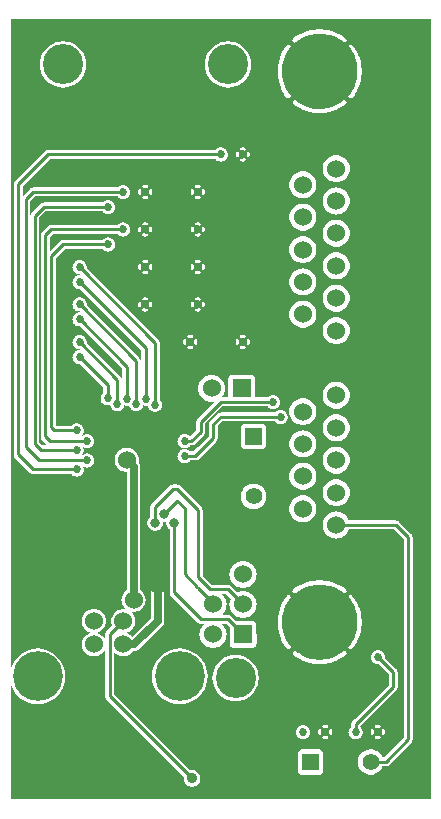
<source format=gbr>
G04 start of page 3 for group 1 idx 1 *
G04 Title: (unknown), bottom *
G04 Creator: pcb 1.99z *
G04 CreationDate: Wed 16 Oct 2013 05:43:19 AM GMT UTC *
G04 For: commonadmin *
G04 Format: Gerber/RS-274X *
G04 PCB-Dimensions: 200000 300000 *
G04 PCB-Coordinate-Origin: lower left *
%MOIN*%
%FSLAX25Y25*%
%LNBOTTOM*%
%ADD59C,0.0280*%
%ADD58C,0.0905*%
%ADD57C,0.0380*%
%ADD56C,0.1250*%
%ADD55C,0.0300*%
%ADD54C,0.0160*%
%ADD53C,0.0350*%
%ADD52C,0.0200*%
%ADD51C,0.1181*%
%ADD50C,0.0130*%
%ADD49C,0.0320*%
%ADD48C,0.0360*%
%ADD47C,0.1339*%
%ADD46C,0.0270*%
%ADD45C,0.1660*%
%ADD44C,0.2500*%
%ADD43C,0.0600*%
%ADD42C,0.0550*%
%ADD41C,0.0250*%
%ADD40C,0.0100*%
%ADD39C,0.0001*%
G54D39*G36*
X124901Y82651D02*X125000Y82643D01*
X125219Y82660D01*
X128500Y79379D01*
Y75621D01*
X124901Y72022D01*
Y82651D01*
G37*
G36*
X126721Y127500D02*X130379D01*
X133500Y124379D01*
Y58121D01*
X126879Y51500D01*
X126721D01*
Y59051D01*
X126730Y59051D01*
X126807Y59063D01*
X126882Y59086D01*
X126953Y59121D01*
X127017Y59167D01*
X127073Y59222D01*
X127120Y59286D01*
X127156Y59355D01*
X127180Y59430D01*
X127227Y59656D01*
X127250Y59885D01*
Y60115D01*
X127227Y60344D01*
X127183Y60570D01*
X127158Y60645D01*
X127121Y60715D01*
X127074Y60779D01*
X127018Y60834D01*
X126954Y60880D01*
X126883Y60915D01*
X126808Y60939D01*
X126730Y60950D01*
X126721Y60950D01*
Y69600D01*
X131019Y73898D01*
X131064Y73936D01*
X131217Y74115D01*
X131217Y74116D01*
X131341Y74317D01*
X131431Y74535D01*
X131486Y74765D01*
X131505Y75000D01*
X131500Y75059D01*
Y79941D01*
X131505Y80000D01*
X131486Y80235D01*
X131486Y80235D01*
X131431Y80465D01*
X131341Y80683D01*
X131217Y80884D01*
X131064Y81064D01*
X131019Y81102D01*
X127337Y84784D01*
X127350Y85000D01*
X127328Y85369D01*
X127242Y85728D01*
X127100Y86070D01*
X126907Y86386D01*
X126721Y86603D01*
Y127500D01*
G37*
G36*
Y51500D02*X126479D01*
X126298Y51935D01*
X125949Y52506D01*
X125514Y53014D01*
X125006Y53449D01*
X124901Y53513D01*
Y57650D01*
X125015D01*
X125244Y57673D01*
X125470Y57717D01*
X125545Y57742D01*
X125615Y57779D01*
X125679Y57826D01*
X125734Y57882D01*
X125780Y57946D01*
X125815Y58017D01*
X125839Y58092D01*
X125850Y58170D01*
X125850Y58249D01*
X125837Y58327D01*
X125812Y58402D01*
X125775Y58472D01*
X125728Y58535D01*
X125672Y58591D01*
X125607Y58637D01*
X125537Y58672D01*
X125461Y58696D01*
X125383Y58707D01*
X125304Y58706D01*
X125227Y58692D01*
X125098Y58665D01*
X124966Y58652D01*
X124901D01*
Y61348D01*
X124966D01*
X125098Y61335D01*
X125227Y61310D01*
X125305Y61295D01*
X125383Y61294D01*
X125461Y61306D01*
X125536Y61330D01*
X125607Y61365D01*
X125671Y61410D01*
X125727Y61466D01*
X125774Y61529D01*
X125810Y61599D01*
X125835Y61673D01*
X125848Y61751D01*
X125849Y61830D01*
X125837Y61907D01*
X125814Y61982D01*
X125779Y62053D01*
X125733Y62117D01*
X125678Y62173D01*
X125614Y62220D01*
X125545Y62256D01*
X125470Y62280D01*
X125244Y62327D01*
X125015Y62350D01*
X124901D01*
Y67779D01*
X126721Y69600D01*
Y60950D01*
X126651Y60950D01*
X126573Y60937D01*
X126498Y60912D01*
X126428Y60875D01*
X126365Y60828D01*
X126309Y60772D01*
X126263Y60707D01*
X126228Y60637D01*
X126204Y60561D01*
X126193Y60483D01*
X126194Y60404D01*
X126208Y60327D01*
X126235Y60198D01*
X126248Y60066D01*
Y59934D01*
X126235Y59802D01*
X126210Y59673D01*
X126195Y59595D01*
X126194Y59517D01*
X126206Y59439D01*
X126230Y59364D01*
X126265Y59293D01*
X126310Y59229D01*
X126366Y59173D01*
X126429Y59126D01*
X126499Y59090D01*
X126573Y59065D01*
X126651Y59052D01*
X126721Y59051D01*
Y51500D01*
G37*
G36*
X124901Y127500D02*X126721D01*
Y86603D01*
X126667Y86667D01*
X126386Y86907D01*
X126070Y87100D01*
X125728Y87242D01*
X125369Y87328D01*
X125000Y87357D01*
X124901Y87349D01*
Y127500D01*
G37*
G36*
Y53513D02*X124435Y53798D01*
X123817Y54054D01*
X123167Y54211D01*
X123079Y54218D01*
Y59050D01*
X123149Y59050D01*
X123227Y59063D01*
X123302Y59088D01*
X123372Y59125D01*
X123435Y59172D01*
X123491Y59228D01*
X123537Y59293D01*
X123572Y59363D01*
X123596Y59439D01*
X123607Y59517D01*
X123606Y59596D01*
X123592Y59673D01*
X123565Y59802D01*
X123552Y59934D01*
Y60066D01*
X123565Y60198D01*
X123590Y60327D01*
X123605Y60405D01*
X123606Y60483D01*
X123594Y60561D01*
X123570Y60636D01*
X123535Y60707D01*
X123490Y60771D01*
X123434Y60827D01*
X123371Y60874D01*
X123301Y60910D01*
X123227Y60935D01*
X123149Y60948D01*
X123079Y60949D01*
Y65957D01*
X124901Y67779D01*
Y62350D01*
X124785D01*
X124556Y62327D01*
X124330Y62283D01*
X124255Y62258D01*
X124185Y62221D01*
X124121Y62174D01*
X124066Y62118D01*
X124020Y62054D01*
X123985Y61983D01*
X123961Y61908D01*
X123950Y61830D01*
X123950Y61751D01*
X123963Y61673D01*
X123988Y61598D01*
X124025Y61528D01*
X124072Y61465D01*
X124128Y61409D01*
X124193Y61363D01*
X124263Y61328D01*
X124339Y61304D01*
X124417Y61293D01*
X124496Y61294D01*
X124573Y61308D01*
X124702Y61335D01*
X124834Y61348D01*
X124901D01*
Y58652D01*
X124834D01*
X124702Y58665D01*
X124573Y58690D01*
X124495Y58705D01*
X124417Y58706D01*
X124339Y58694D01*
X124264Y58670D01*
X124193Y58635D01*
X124129Y58590D01*
X124073Y58534D01*
X124026Y58471D01*
X123990Y58401D01*
X123965Y58327D01*
X123952Y58249D01*
X123951Y58170D01*
X123963Y58093D01*
X123986Y58018D01*
X124021Y57947D01*
X124067Y57883D01*
X124122Y57827D01*
X124186Y57780D01*
X124255Y57744D01*
X124330Y57720D01*
X124556Y57673D01*
X124785Y57650D01*
X124901D01*
Y53513D01*
G37*
G36*
X123079Y54218D02*X122500Y54263D01*
X121833Y54211D01*
X121545Y54142D01*
Y64424D01*
X123079Y65957D01*
Y60949D01*
X123070Y60949D01*
X122993Y60937D01*
X122918Y60914D01*
X122847Y60879D01*
X122783Y60833D01*
X122727Y60778D01*
X122680Y60714D01*
X122644Y60645D01*
X122620Y60570D01*
X122573Y60344D01*
X122550Y60115D01*
Y59885D01*
X122573Y59656D01*
X122617Y59430D01*
X122642Y59355D01*
X122679Y59285D01*
X122726Y59221D01*
X122782Y59166D01*
X122846Y59120D01*
X122917Y59085D01*
X122992Y59061D01*
X123070Y59050D01*
X123079Y59050D01*
Y54218D01*
G37*
G36*
X121545Y127500D02*X124901D01*
Y87349D01*
X124631Y87328D01*
X124272Y87242D01*
X123930Y87100D01*
X123614Y86907D01*
X123333Y86667D01*
X123093Y86386D01*
X122900Y86070D01*
X122758Y85728D01*
X122672Y85369D01*
X122643Y85000D01*
X122672Y84631D01*
X122758Y84272D01*
X122900Y83930D01*
X123093Y83614D01*
X123333Y83333D01*
X123614Y83093D01*
X123930Y82900D01*
X124272Y82758D01*
X124631Y82672D01*
X124901Y82651D01*
Y72022D01*
X121545Y68667D01*
Y127500D01*
G37*
G36*
X142500Y297500D02*Y37500D01*
X121545D01*
Y45858D01*
X121833Y45789D01*
X122500Y45737D01*
X123167Y45789D01*
X123817Y45946D01*
X124435Y46202D01*
X125006Y46551D01*
X125514Y46986D01*
X125949Y47494D01*
X126298Y48065D01*
X126479Y48500D01*
X127441D01*
X127500Y48495D01*
X127735Y48514D01*
X127735Y48514D01*
X127965Y48569D01*
X128183Y48659D01*
X128384Y48783D01*
X128564Y48936D01*
X128602Y48981D01*
X136019Y56398D01*
X136064Y56436D01*
X136217Y56615D01*
X136217Y56616D01*
X136341Y56817D01*
X136431Y57035D01*
X136486Y57265D01*
X136505Y57500D01*
X136500Y57559D01*
Y124941D01*
X136505Y125000D01*
X136486Y125235D01*
X136486Y125235D01*
X136431Y125465D01*
X136341Y125683D01*
X136217Y125884D01*
X136064Y126064D01*
X136019Y126102D01*
X132102Y130019D01*
X132064Y130064D01*
X131884Y130217D01*
X131683Y130341D01*
X131465Y130431D01*
X131235Y130486D01*
X131000Y130505D01*
X130941Y130500D01*
X121545D01*
Y297500D01*
X142500D01*
G37*
G36*
X46044Y187335D02*X46100Y187279D01*
Y172909D01*
X46044Y172861D01*
Y187335D01*
G37*
G36*
X70488Y170109D02*X66296Y165917D01*
Y171323D01*
X66308Y171308D01*
X66847Y170848D01*
X67451Y170478D01*
X68105Y170207D01*
X68794Y170042D01*
X69500Y169986D01*
X70206Y170042D01*
X70488Y170109D01*
G37*
G36*
X66296Y96000D02*X67169D01*
X66808Y95692D01*
X66348Y95153D01*
X66296Y95068D01*
Y96000D01*
G37*
G36*
X117302Y284293D02*X117390Y284057D01*
X117688Y282977D01*
X117887Y281875D01*
X117987Y280760D01*
Y279640D01*
X117887Y278525D01*
X117688Y277423D01*
X117390Y276343D01*
X117302Y276107D01*
Y284293D01*
G37*
G36*
Y297500D02*X121545D01*
Y130500D01*
X117302D01*
Y272656D01*
X117846Y273568D01*
X118390Y274700D01*
X118830Y275876D01*
X119164Y277086D01*
X119388Y278322D01*
X119500Y279572D01*
Y280828D01*
X119388Y282078D01*
X119164Y283314D01*
X118830Y284524D01*
X118390Y285700D01*
X117846Y286832D01*
X117302Y287744D01*
Y297500D01*
G37*
G36*
X107401Y266316D02*X108614Y266536D01*
X109824Y266870D01*
X111000Y267310D01*
X112132Y267854D01*
X113210Y268498D01*
X114227Y269235D01*
X114315Y269316D01*
X114389Y269410D01*
X114447Y269515D01*
X114488Y269628D01*
X114511Y269746D01*
X114515Y269866D01*
X114500Y269985D01*
X114467Y270100D01*
X114416Y270209D01*
X114349Y270309D01*
X114267Y270396D01*
X114173Y270470D01*
X114068Y270529D01*
X113955Y270570D01*
X113837Y270592D01*
X113717Y270597D01*
X113598Y270582D01*
X113483Y270549D01*
X113374Y270498D01*
X113276Y270429D01*
X112377Y269762D01*
X111415Y269188D01*
X110406Y268703D01*
X109357Y268310D01*
X108277Y268012D01*
X107401Y267854D01*
Y292546D01*
X108277Y292388D01*
X109357Y292090D01*
X110406Y291697D01*
X111415Y291212D01*
X112377Y290638D01*
X113284Y289981D01*
X113380Y289913D01*
X113487Y289863D01*
X113601Y289830D01*
X113718Y289816D01*
X113836Y289820D01*
X113952Y289843D01*
X114063Y289883D01*
X114166Y289940D01*
X114259Y290013D01*
X114339Y290099D01*
X114405Y290197D01*
X114455Y290304D01*
X114488Y290417D01*
X114502Y290535D01*
X114498Y290653D01*
X114476Y290768D01*
X114435Y290879D01*
X114378Y290983D01*
X114306Y291076D01*
X114218Y291154D01*
X113210Y291902D01*
X112132Y292546D01*
X111000Y293090D01*
X109824Y293530D01*
X108614Y293864D01*
X107401Y294084D01*
Y297500D01*
X117302D01*
Y287744D01*
X117202Y287910D01*
X116465Y288927D01*
X116384Y289015D01*
X116290Y289089D01*
X116185Y289147D01*
X116072Y289188D01*
X115954Y289211D01*
X115834Y289215D01*
X115715Y289200D01*
X115600Y289167D01*
X115491Y289116D01*
X115391Y289049D01*
X115304Y288967D01*
X115230Y288873D01*
X115171Y288768D01*
X115130Y288655D01*
X115108Y288537D01*
X115103Y288417D01*
X115118Y288298D01*
X115151Y288183D01*
X115202Y288074D01*
X115271Y287976D01*
X115938Y287077D01*
X116512Y286115D01*
X116997Y285106D01*
X117302Y284293D01*
Y276107D01*
X116997Y275294D01*
X116512Y274285D01*
X115938Y273323D01*
X115281Y272416D01*
X115213Y272320D01*
X115163Y272213D01*
X115130Y272099D01*
X115116Y271982D01*
X115120Y271864D01*
X115143Y271748D01*
X115183Y271637D01*
X115240Y271534D01*
X115313Y271441D01*
X115399Y271361D01*
X115497Y271295D01*
X115604Y271245D01*
X115717Y271212D01*
X115835Y271198D01*
X115953Y271202D01*
X116068Y271224D01*
X116179Y271265D01*
X116283Y271322D01*
X116376Y271394D01*
X116454Y271482D01*
X117202Y272490D01*
X117302Y272656D01*
Y130500D01*
X115349D01*
X115122Y131049D01*
X114752Y131653D01*
X114292Y132192D01*
X113753Y132652D01*
X113149Y133022D01*
X112495Y133293D01*
X111806Y133458D01*
X111100Y133514D01*
X110394Y133458D01*
X109705Y133293D01*
X109051Y133022D01*
X108447Y132652D01*
X107908Y132192D01*
X107448Y131653D01*
X107401Y131576D01*
Y137224D01*
X107448Y137147D01*
X107908Y136608D01*
X108447Y136148D01*
X109051Y135778D01*
X109705Y135507D01*
X110394Y135342D01*
X111100Y135286D01*
X111806Y135342D01*
X112495Y135507D01*
X113149Y135778D01*
X113753Y136148D01*
X114292Y136608D01*
X114752Y137147D01*
X115122Y137751D01*
X115393Y138405D01*
X115558Y139094D01*
X115600Y139800D01*
X115558Y140506D01*
X115393Y141195D01*
X115122Y141849D01*
X114752Y142453D01*
X114292Y142992D01*
X113753Y143452D01*
X113149Y143822D01*
X112495Y144093D01*
X111806Y144258D01*
X111100Y144314D01*
X110394Y144258D01*
X109705Y144093D01*
X109051Y143822D01*
X108447Y143452D01*
X107908Y142992D01*
X107448Y142453D01*
X107401Y142376D01*
Y148024D01*
X107448Y147947D01*
X107908Y147408D01*
X108447Y146948D01*
X109051Y146578D01*
X109705Y146307D01*
X110394Y146142D01*
X111100Y146086D01*
X111806Y146142D01*
X112495Y146307D01*
X113149Y146578D01*
X113753Y146948D01*
X114292Y147408D01*
X114752Y147947D01*
X115122Y148551D01*
X115393Y149205D01*
X115558Y149894D01*
X115600Y150600D01*
X115558Y151306D01*
X115393Y151995D01*
X115122Y152649D01*
X114752Y153253D01*
X114292Y153792D01*
X113753Y154252D01*
X113149Y154622D01*
X112495Y154893D01*
X111806Y155058D01*
X111100Y155114D01*
X110394Y155058D01*
X109705Y154893D01*
X109051Y154622D01*
X108447Y154252D01*
X107908Y153792D01*
X107448Y153253D01*
X107401Y153176D01*
Y158824D01*
X107448Y158747D01*
X107908Y158208D01*
X108447Y157748D01*
X109051Y157378D01*
X109705Y157107D01*
X110394Y156942D01*
X111100Y156886D01*
X111806Y156942D01*
X112495Y157107D01*
X113149Y157378D01*
X113753Y157748D01*
X114292Y158208D01*
X114752Y158747D01*
X115122Y159351D01*
X115393Y160005D01*
X115558Y160694D01*
X115600Y161400D01*
X115558Y162106D01*
X115393Y162795D01*
X115122Y163449D01*
X114752Y164053D01*
X114292Y164592D01*
X113753Y165052D01*
X113149Y165422D01*
X112495Y165693D01*
X111806Y165858D01*
X111100Y165914D01*
X110394Y165858D01*
X109705Y165693D01*
X109051Y165422D01*
X108447Y165052D01*
X107908Y164592D01*
X107448Y164053D01*
X107401Y163976D01*
Y169624D01*
X107448Y169547D01*
X107908Y169008D01*
X108447Y168548D01*
X109051Y168178D01*
X109705Y167907D01*
X110394Y167742D01*
X111100Y167686D01*
X111806Y167742D01*
X112495Y167907D01*
X113149Y168178D01*
X113753Y168548D01*
X114292Y169008D01*
X114752Y169547D01*
X115122Y170151D01*
X115393Y170805D01*
X115558Y171494D01*
X115600Y172200D01*
X115558Y172906D01*
X115393Y173595D01*
X115122Y174249D01*
X114752Y174853D01*
X114292Y175392D01*
X113753Y175852D01*
X113149Y176222D01*
X112495Y176493D01*
X111806Y176658D01*
X111100Y176714D01*
X110394Y176658D01*
X109705Y176493D01*
X109051Y176222D01*
X108447Y175852D01*
X107908Y175392D01*
X107448Y174853D01*
X107401Y174776D01*
Y191224D01*
X107448Y191147D01*
X107908Y190608D01*
X108447Y190148D01*
X109051Y189778D01*
X109705Y189507D01*
X110394Y189342D01*
X111100Y189286D01*
X111806Y189342D01*
X112495Y189507D01*
X113149Y189778D01*
X113753Y190148D01*
X114292Y190608D01*
X114752Y191147D01*
X115122Y191751D01*
X115393Y192405D01*
X115558Y193094D01*
X115600Y193800D01*
X115558Y194506D01*
X115393Y195195D01*
X115122Y195849D01*
X114752Y196453D01*
X114292Y196992D01*
X113753Y197452D01*
X113149Y197822D01*
X112495Y198093D01*
X111806Y198258D01*
X111100Y198314D01*
X110394Y198258D01*
X109705Y198093D01*
X109051Y197822D01*
X108447Y197452D01*
X107908Y196992D01*
X107448Y196453D01*
X107401Y196376D01*
Y202024D01*
X107448Y201947D01*
X107908Y201408D01*
X108447Y200948D01*
X109051Y200578D01*
X109705Y200307D01*
X110394Y200142D01*
X111100Y200086D01*
X111806Y200142D01*
X112495Y200307D01*
X113149Y200578D01*
X113753Y200948D01*
X114292Y201408D01*
X114752Y201947D01*
X115122Y202551D01*
X115393Y203205D01*
X115558Y203894D01*
X115600Y204600D01*
X115558Y205306D01*
X115393Y205995D01*
X115122Y206649D01*
X114752Y207253D01*
X114292Y207792D01*
X113753Y208252D01*
X113149Y208622D01*
X112495Y208893D01*
X111806Y209058D01*
X111100Y209114D01*
X110394Y209058D01*
X109705Y208893D01*
X109051Y208622D01*
X108447Y208252D01*
X107908Y207792D01*
X107448Y207253D01*
X107401Y207176D01*
Y212824D01*
X107448Y212747D01*
X107908Y212208D01*
X108447Y211748D01*
X109051Y211378D01*
X109705Y211107D01*
X110394Y210942D01*
X111100Y210886D01*
X111806Y210942D01*
X112495Y211107D01*
X113149Y211378D01*
X113753Y211748D01*
X114292Y212208D01*
X114752Y212747D01*
X115122Y213351D01*
X115393Y214005D01*
X115558Y214694D01*
X115600Y215400D01*
X115558Y216106D01*
X115393Y216795D01*
X115122Y217449D01*
X114752Y218053D01*
X114292Y218592D01*
X113753Y219052D01*
X113149Y219422D01*
X112495Y219693D01*
X111806Y219858D01*
X111100Y219914D01*
X110394Y219858D01*
X109705Y219693D01*
X109051Y219422D01*
X108447Y219052D01*
X107908Y218592D01*
X107448Y218053D01*
X107401Y217976D01*
Y223624D01*
X107448Y223547D01*
X107908Y223008D01*
X108447Y222548D01*
X109051Y222178D01*
X109705Y221907D01*
X110394Y221742D01*
X111100Y221686D01*
X111806Y221742D01*
X112495Y221907D01*
X113149Y222178D01*
X113753Y222548D01*
X114292Y223008D01*
X114752Y223547D01*
X115122Y224151D01*
X115393Y224805D01*
X115558Y225494D01*
X115600Y226200D01*
X115558Y226906D01*
X115393Y227595D01*
X115122Y228249D01*
X114752Y228853D01*
X114292Y229392D01*
X113753Y229852D01*
X113149Y230222D01*
X112495Y230493D01*
X111806Y230658D01*
X111100Y230714D01*
X110394Y230658D01*
X109705Y230493D01*
X109051Y230222D01*
X108447Y229852D01*
X107908Y229392D01*
X107448Y228853D01*
X107401Y228776D01*
Y234424D01*
X107448Y234347D01*
X107908Y233808D01*
X108447Y233348D01*
X109051Y232978D01*
X109705Y232707D01*
X110394Y232542D01*
X111100Y232486D01*
X111806Y232542D01*
X112495Y232707D01*
X113149Y232978D01*
X113753Y233348D01*
X114292Y233808D01*
X114752Y234347D01*
X115122Y234951D01*
X115393Y235605D01*
X115558Y236294D01*
X115600Y237000D01*
X115558Y237706D01*
X115393Y238395D01*
X115122Y239049D01*
X114752Y239653D01*
X114292Y240192D01*
X113753Y240652D01*
X113149Y241022D01*
X112495Y241293D01*
X111806Y241458D01*
X111100Y241514D01*
X110394Y241458D01*
X109705Y241293D01*
X109051Y241022D01*
X108447Y240652D01*
X107908Y240192D01*
X107448Y239653D01*
X107401Y239576D01*
Y245224D01*
X107448Y245147D01*
X107908Y244608D01*
X108447Y244148D01*
X109051Y243778D01*
X109705Y243507D01*
X110394Y243342D01*
X111100Y243286D01*
X111806Y243342D01*
X112495Y243507D01*
X113149Y243778D01*
X113753Y244148D01*
X114292Y244608D01*
X114752Y245147D01*
X115122Y245751D01*
X115393Y246405D01*
X115558Y247094D01*
X115600Y247800D01*
X115558Y248506D01*
X115393Y249195D01*
X115122Y249849D01*
X114752Y250453D01*
X114292Y250992D01*
X113753Y251452D01*
X113149Y251822D01*
X112495Y252093D01*
X111806Y252258D01*
X111100Y252314D01*
X110394Y252258D01*
X109705Y252093D01*
X109051Y251822D01*
X108447Y251452D01*
X107908Y250992D01*
X107448Y250453D01*
X107401Y250376D01*
Y266316D01*
G37*
G36*
X117302Y100693D02*X117390Y100457D01*
X117688Y99377D01*
X117887Y98275D01*
X117987Y97160D01*
Y96040D01*
X117887Y94925D01*
X117688Y93823D01*
X117390Y92743D01*
X117302Y92507D01*
Y100693D01*
G37*
G36*
Y127500D02*X121545D01*
Y68667D01*
X117302Y64423D01*
Y89056D01*
X117846Y89968D01*
X118390Y91100D01*
X118830Y92276D01*
X119164Y93486D01*
X119388Y94722D01*
X119500Y95972D01*
Y97228D01*
X119388Y98478D01*
X119164Y99714D01*
X118830Y100924D01*
X118390Y102100D01*
X117846Y103232D01*
X117302Y104144D01*
Y127500D01*
G37*
G36*
X121545Y37500D02*X117302D01*
Y57658D01*
X117500Y57643D01*
X117869Y57672D01*
X118228Y57758D01*
X118570Y57900D01*
X118886Y58093D01*
X119167Y58333D01*
X119407Y58614D01*
X119600Y58930D01*
X119742Y59272D01*
X119828Y59631D01*
X119850Y60000D01*
X119828Y60369D01*
X119742Y60728D01*
X119600Y61070D01*
X119407Y61386D01*
X119167Y61667D01*
X119000Y61809D01*
Y61879D01*
X121545Y64424D01*
Y54142D01*
X121183Y54054D01*
X120565Y53798D01*
X119994Y53449D01*
X119486Y53014D01*
X119051Y52506D01*
X118702Y51935D01*
X118446Y51317D01*
X118289Y50667D01*
X118237Y50000D01*
X118289Y49333D01*
X118446Y48683D01*
X118702Y48065D01*
X119051Y47494D01*
X119486Y46986D01*
X119994Y46551D01*
X120565Y46202D01*
X121183Y45946D01*
X121545Y45858D01*
Y37500D01*
G37*
G36*
X117302D02*X109221D01*
Y59051D01*
X109230Y59051D01*
X109307Y59063D01*
X109382Y59086D01*
X109453Y59121D01*
X109517Y59167D01*
X109573Y59222D01*
X109620Y59286D01*
X109656Y59355D01*
X109680Y59430D01*
X109727Y59656D01*
X109750Y59885D01*
Y60115D01*
X109727Y60344D01*
X109683Y60570D01*
X109658Y60645D01*
X109621Y60715D01*
X109574Y60779D01*
X109518Y60834D01*
X109454Y60880D01*
X109383Y60915D01*
X109308Y60939D01*
X109230Y60950D01*
X109221Y60950D01*
Y83104D01*
X109824Y83270D01*
X111000Y83710D01*
X112132Y84254D01*
X113210Y84898D01*
X114227Y85635D01*
X114315Y85716D01*
X114389Y85810D01*
X114447Y85915D01*
X114488Y86028D01*
X114511Y86146D01*
X114515Y86266D01*
X114500Y86385D01*
X114467Y86500D01*
X114416Y86609D01*
X114349Y86709D01*
X114267Y86796D01*
X114173Y86870D01*
X114068Y86929D01*
X113955Y86970D01*
X113837Y86992D01*
X113717Y86997D01*
X113598Y86982D01*
X113483Y86949D01*
X113374Y86898D01*
X113276Y86829D01*
X112377Y86162D01*
X111415Y85588D01*
X110406Y85103D01*
X109357Y84710D01*
X109221Y84673D01*
Y108527D01*
X109357Y108490D01*
X110406Y108097D01*
X111415Y107612D01*
X112377Y107038D01*
X113284Y106381D01*
X113380Y106313D01*
X113487Y106263D01*
X113601Y106230D01*
X113718Y106216D01*
X113836Y106220D01*
X113952Y106243D01*
X114063Y106283D01*
X114166Y106340D01*
X114259Y106413D01*
X114339Y106499D01*
X114405Y106597D01*
X114455Y106704D01*
X114488Y106817D01*
X114502Y106935D01*
X114498Y107053D01*
X114476Y107168D01*
X114435Y107279D01*
X114378Y107383D01*
X114306Y107476D01*
X114218Y107554D01*
X113210Y108303D01*
X112132Y108946D01*
X111000Y109490D01*
X109824Y109930D01*
X109221Y110096D01*
Y124907D01*
X109705Y124707D01*
X110394Y124542D01*
X111100Y124486D01*
X111806Y124542D01*
X112495Y124707D01*
X113149Y124978D01*
X113753Y125348D01*
X114292Y125808D01*
X114752Y126347D01*
X115122Y126951D01*
X115349Y127500D01*
X117302D01*
Y104144D01*
X117202Y104310D01*
X116465Y105327D01*
X116384Y105415D01*
X116290Y105489D01*
X116185Y105547D01*
X116072Y105588D01*
X115954Y105611D01*
X115834Y105615D01*
X115715Y105600D01*
X115600Y105567D01*
X115491Y105516D01*
X115391Y105449D01*
X115304Y105367D01*
X115230Y105273D01*
X115171Y105168D01*
X115130Y105055D01*
X115108Y104937D01*
X115103Y104817D01*
X115118Y104698D01*
X115151Y104583D01*
X115202Y104474D01*
X115271Y104376D01*
X115938Y103477D01*
X116512Y102515D01*
X116997Y101506D01*
X117302Y100693D01*
Y92507D01*
X116997Y91694D01*
X116512Y90685D01*
X115938Y89723D01*
X115281Y88816D01*
X115213Y88720D01*
X115163Y88613D01*
X115130Y88499D01*
X115116Y88382D01*
X115120Y88264D01*
X115143Y88148D01*
X115183Y88037D01*
X115240Y87934D01*
X115313Y87841D01*
X115399Y87761D01*
X115497Y87695D01*
X115604Y87645D01*
X115717Y87612D01*
X115835Y87598D01*
X115953Y87602D01*
X116068Y87624D01*
X116179Y87665D01*
X116283Y87722D01*
X116376Y87794D01*
X116454Y87882D01*
X117202Y88890D01*
X117302Y89056D01*
Y64423D01*
X116481Y63602D01*
X116436Y63564D01*
X116283Y63384D01*
X116159Y63183D01*
X116069Y62965D01*
X116014Y62735D01*
X116014Y62735D01*
X115995Y62500D01*
X116000Y62441D01*
Y61809D01*
X115833Y61667D01*
X115593Y61386D01*
X115400Y61070D01*
X115258Y60728D01*
X115172Y60369D01*
X115143Y60000D01*
X115172Y59631D01*
X115258Y59272D01*
X115400Y58930D01*
X115593Y58614D01*
X115833Y58333D01*
X116114Y58093D01*
X116430Y57900D01*
X116772Y57758D01*
X117131Y57672D01*
X117302Y57658D01*
Y37500D01*
G37*
G36*
X109221Y110096D02*X108614Y110264D01*
X107401Y110484D01*
Y126424D01*
X107448Y126347D01*
X107908Y125808D01*
X108447Y125348D01*
X109051Y124978D01*
X109221Y124907D01*
Y110096D01*
G37*
G36*
Y84673D02*X108277Y84412D01*
X107401Y84254D01*
Y108946D01*
X108277Y108788D01*
X109221Y108527D01*
Y84673D01*
G37*
G36*
Y37500D02*X107401D01*
Y57650D01*
X107515D01*
X107744Y57673D01*
X107970Y57717D01*
X108045Y57742D01*
X108115Y57779D01*
X108179Y57826D01*
X108234Y57882D01*
X108280Y57946D01*
X108315Y58017D01*
X108339Y58092D01*
X108350Y58170D01*
X108350Y58249D01*
X108337Y58327D01*
X108312Y58402D01*
X108275Y58472D01*
X108228Y58535D01*
X108172Y58591D01*
X108107Y58637D01*
X108037Y58672D01*
X107961Y58696D01*
X107883Y58707D01*
X107804Y58706D01*
X107727Y58692D01*
X107598Y58665D01*
X107466Y58652D01*
X107401D01*
Y61348D01*
X107466D01*
X107598Y61335D01*
X107727Y61310D01*
X107805Y61295D01*
X107883Y61294D01*
X107961Y61306D01*
X108036Y61330D01*
X108107Y61365D01*
X108171Y61410D01*
X108227Y61466D01*
X108274Y61529D01*
X108310Y61599D01*
X108335Y61673D01*
X108348Y61751D01*
X108349Y61830D01*
X108337Y61907D01*
X108314Y61982D01*
X108279Y62053D01*
X108233Y62117D01*
X108178Y62173D01*
X108114Y62220D01*
X108045Y62256D01*
X107970Y62280D01*
X107744Y62327D01*
X107515Y62350D01*
X107401D01*
Y82716D01*
X108614Y82936D01*
X109221Y83104D01*
Y60950D01*
X109151Y60950D01*
X109073Y60937D01*
X108998Y60912D01*
X108928Y60875D01*
X108865Y60828D01*
X108809Y60772D01*
X108763Y60707D01*
X108728Y60637D01*
X108704Y60561D01*
X108693Y60483D01*
X108694Y60404D01*
X108708Y60327D01*
X108735Y60198D01*
X108748Y60066D01*
Y59934D01*
X108735Y59802D01*
X108710Y59673D01*
X108695Y59595D01*
X108694Y59517D01*
X108706Y59439D01*
X108730Y59364D01*
X108765Y59293D01*
X108810Y59229D01*
X108866Y59173D01*
X108929Y59126D01*
X108999Y59090D01*
X109073Y59065D01*
X109151Y59052D01*
X109221Y59051D01*
Y37500D01*
G37*
G36*
X107401Y294084D02*X107378Y294088D01*
X106128Y294200D01*
X104872D01*
X103622Y294088D01*
X102386Y293864D01*
X101176Y293530D01*
X100000Y293090D01*
X99996Y293088D01*
Y297500D01*
X107401D01*
Y294084D01*
G37*
G36*
Y267854D02*X107175Y267813D01*
X106060Y267713D01*
X104940D01*
X103825Y267813D01*
X102723Y268012D01*
X101643Y268310D01*
X100594Y268703D01*
X99996Y268990D01*
Y291410D01*
X100594Y291697D01*
X101643Y292090D01*
X102723Y292388D01*
X103825Y292587D01*
X104940Y292687D01*
X106060D01*
X107175Y292587D01*
X107401Y292546D01*
Y267854D01*
G37*
G36*
Y110484D02*X107378Y110488D01*
X106128Y110600D01*
X104872D01*
X103622Y110488D01*
X102386Y110264D01*
X101176Y109930D01*
X100000Y109490D01*
X99996Y109488D01*
Y129894D01*
X100606Y129942D01*
X101295Y130107D01*
X101949Y130378D01*
X102553Y130748D01*
X103092Y131208D01*
X103552Y131747D01*
X103922Y132351D01*
X104193Y133005D01*
X104358Y133694D01*
X104400Y134400D01*
X104358Y135106D01*
X104193Y135795D01*
X103922Y136449D01*
X103552Y137053D01*
X103092Y137592D01*
X102553Y138052D01*
X101949Y138422D01*
X101295Y138693D01*
X100606Y138858D01*
X99996Y138906D01*
Y140694D01*
X100606Y140742D01*
X101295Y140907D01*
X101949Y141178D01*
X102553Y141548D01*
X103092Y142008D01*
X103552Y142547D01*
X103922Y143151D01*
X104193Y143805D01*
X104358Y144494D01*
X104400Y145200D01*
X104358Y145906D01*
X104193Y146595D01*
X103922Y147249D01*
X103552Y147853D01*
X103092Y148392D01*
X102553Y148852D01*
X101949Y149222D01*
X101295Y149493D01*
X100606Y149658D01*
X99996Y149706D01*
Y151494D01*
X100606Y151542D01*
X101295Y151707D01*
X101949Y151978D01*
X102553Y152348D01*
X103092Y152808D01*
X103552Y153347D01*
X103922Y153951D01*
X104193Y154605D01*
X104358Y155294D01*
X104400Y156000D01*
X104358Y156706D01*
X104193Y157395D01*
X103922Y158049D01*
X103552Y158653D01*
X103092Y159192D01*
X102553Y159652D01*
X101949Y160022D01*
X101295Y160293D01*
X100606Y160458D01*
X99996Y160506D01*
Y162294D01*
X100606Y162342D01*
X101295Y162507D01*
X101949Y162778D01*
X102553Y163148D01*
X103092Y163608D01*
X103552Y164147D01*
X103922Y164751D01*
X104193Y165405D01*
X104358Y166094D01*
X104400Y166800D01*
X104358Y167506D01*
X104193Y168195D01*
X103922Y168849D01*
X103552Y169453D01*
X103092Y169992D01*
X102553Y170452D01*
X101949Y170822D01*
X101295Y171093D01*
X100606Y171258D01*
X99996Y171306D01*
Y194694D01*
X100606Y194742D01*
X101295Y194907D01*
X101949Y195178D01*
X102553Y195548D01*
X103092Y196008D01*
X103552Y196547D01*
X103922Y197151D01*
X104193Y197805D01*
X104358Y198494D01*
X104400Y199200D01*
X104358Y199906D01*
X104193Y200595D01*
X103922Y201249D01*
X103552Y201853D01*
X103092Y202392D01*
X102553Y202852D01*
X101949Y203222D01*
X101295Y203493D01*
X100606Y203658D01*
X99996Y203706D01*
Y205494D01*
X100606Y205542D01*
X101295Y205707D01*
X101949Y205978D01*
X102553Y206348D01*
X103092Y206808D01*
X103552Y207347D01*
X103922Y207951D01*
X104193Y208605D01*
X104358Y209294D01*
X104400Y210000D01*
X104358Y210706D01*
X104193Y211395D01*
X103922Y212049D01*
X103552Y212653D01*
X103092Y213192D01*
X102553Y213652D01*
X101949Y214022D01*
X101295Y214293D01*
X100606Y214458D01*
X99996Y214506D01*
Y216294D01*
X100606Y216342D01*
X101295Y216507D01*
X101949Y216778D01*
X102553Y217148D01*
X103092Y217608D01*
X103552Y218147D01*
X103922Y218751D01*
X104193Y219405D01*
X104358Y220094D01*
X104400Y220800D01*
X104358Y221506D01*
X104193Y222195D01*
X103922Y222849D01*
X103552Y223453D01*
X103092Y223992D01*
X102553Y224452D01*
X101949Y224822D01*
X101295Y225093D01*
X100606Y225258D01*
X99996Y225306D01*
Y227094D01*
X100606Y227142D01*
X101295Y227307D01*
X101949Y227578D01*
X102553Y227948D01*
X103092Y228408D01*
X103552Y228947D01*
X103922Y229551D01*
X104193Y230205D01*
X104358Y230894D01*
X104400Y231600D01*
X104358Y232306D01*
X104193Y232995D01*
X103922Y233649D01*
X103552Y234253D01*
X103092Y234792D01*
X102553Y235252D01*
X101949Y235622D01*
X101295Y235893D01*
X100606Y236058D01*
X99996Y236106D01*
Y237894D01*
X100606Y237942D01*
X101295Y238107D01*
X101949Y238378D01*
X102553Y238748D01*
X103092Y239208D01*
X103552Y239747D01*
X103922Y240351D01*
X104193Y241005D01*
X104358Y241694D01*
X104400Y242400D01*
X104358Y243106D01*
X104193Y243795D01*
X103922Y244449D01*
X103552Y245053D01*
X103092Y245592D01*
X102553Y246052D01*
X101949Y246422D01*
X101295Y246693D01*
X100606Y246858D01*
X99996Y246906D01*
Y267312D01*
X100000Y267310D01*
X101176Y266870D01*
X102386Y266536D01*
X103622Y266312D01*
X104872Y266200D01*
X106128D01*
X107378Y266312D01*
X107401Y266316D01*
Y250376D01*
X107078Y249849D01*
X106807Y249195D01*
X106642Y248506D01*
X106586Y247800D01*
X106642Y247094D01*
X106807Y246405D01*
X107078Y245751D01*
X107401Y245224D01*
Y239576D01*
X107078Y239049D01*
X106807Y238395D01*
X106642Y237706D01*
X106586Y237000D01*
X106642Y236294D01*
X106807Y235605D01*
X107078Y234951D01*
X107401Y234424D01*
Y228776D01*
X107078Y228249D01*
X106807Y227595D01*
X106642Y226906D01*
X106586Y226200D01*
X106642Y225494D01*
X106807Y224805D01*
X107078Y224151D01*
X107401Y223624D01*
Y217976D01*
X107078Y217449D01*
X106807Y216795D01*
X106642Y216106D01*
X106586Y215400D01*
X106642Y214694D01*
X106807Y214005D01*
X107078Y213351D01*
X107401Y212824D01*
Y207176D01*
X107078Y206649D01*
X106807Y205995D01*
X106642Y205306D01*
X106586Y204600D01*
X106642Y203894D01*
X106807Y203205D01*
X107078Y202551D01*
X107401Y202024D01*
Y196376D01*
X107078Y195849D01*
X106807Y195195D01*
X106642Y194506D01*
X106586Y193800D01*
X106642Y193094D01*
X106807Y192405D01*
X107078Y191751D01*
X107401Y191224D01*
Y174776D01*
X107078Y174249D01*
X106807Y173595D01*
X106642Y172906D01*
X106586Y172200D01*
X106642Y171494D01*
X106807Y170805D01*
X107078Y170151D01*
X107401Y169624D01*
Y163976D01*
X107078Y163449D01*
X106807Y162795D01*
X106642Y162106D01*
X106586Y161400D01*
X106642Y160694D01*
X106807Y160005D01*
X107078Y159351D01*
X107401Y158824D01*
Y153176D01*
X107078Y152649D01*
X106807Y151995D01*
X106642Y151306D01*
X106586Y150600D01*
X106642Y149894D01*
X106807Y149205D01*
X107078Y148551D01*
X107401Y148024D01*
Y142376D01*
X107078Y141849D01*
X106807Y141195D01*
X106642Y140506D01*
X106586Y139800D01*
X106642Y139094D01*
X106807Y138405D01*
X107078Y137751D01*
X107401Y137224D01*
Y131576D01*
X107078Y131049D01*
X106807Y130395D01*
X106642Y129706D01*
X106586Y129000D01*
X106642Y128294D01*
X106807Y127605D01*
X107078Y126951D01*
X107401Y126424D01*
Y110484D01*
G37*
G36*
Y84254D02*X107175Y84213D01*
X106060Y84113D01*
X104940D01*
X103825Y84213D01*
X102723Y84412D01*
X101643Y84710D01*
X100594Y85103D01*
X99996Y85390D01*
Y107810D01*
X100594Y108097D01*
X101643Y108490D01*
X102723Y108788D01*
X103825Y108987D01*
X104940Y109087D01*
X106060D01*
X107175Y108987D01*
X107401Y108946D01*
Y84254D01*
G37*
G36*
Y37500D02*X105579D01*
Y45786D01*
X105715Y45819D01*
X105933Y45909D01*
X106134Y46033D01*
X106314Y46186D01*
X106467Y46366D01*
X106591Y46567D01*
X106681Y46785D01*
X106736Y47015D01*
X106750Y47250D01*
X106736Y52985D01*
X106681Y53215D01*
X106591Y53433D01*
X106467Y53634D01*
X106314Y53814D01*
X106134Y53967D01*
X105933Y54091D01*
X105715Y54181D01*
X105579Y54214D01*
Y59050D01*
X105649Y59050D01*
X105727Y59063D01*
X105802Y59088D01*
X105872Y59125D01*
X105935Y59172D01*
X105991Y59228D01*
X106037Y59293D01*
X106072Y59363D01*
X106096Y59439D01*
X106107Y59517D01*
X106106Y59596D01*
X106092Y59673D01*
X106065Y59802D01*
X106052Y59934D01*
Y60066D01*
X106065Y60198D01*
X106090Y60327D01*
X106105Y60405D01*
X106106Y60483D01*
X106094Y60561D01*
X106070Y60636D01*
X106035Y60707D01*
X105990Y60771D01*
X105934Y60827D01*
X105871Y60874D01*
X105801Y60910D01*
X105727Y60935D01*
X105649Y60948D01*
X105579Y60949D01*
Y82600D01*
X106128D01*
X107378Y82712D01*
X107401Y82716D01*
Y62350D01*
X107285D01*
X107056Y62327D01*
X106830Y62283D01*
X106755Y62258D01*
X106685Y62221D01*
X106621Y62174D01*
X106566Y62118D01*
X106520Y62054D01*
X106485Y61983D01*
X106461Y61908D01*
X106450Y61830D01*
X106450Y61751D01*
X106463Y61673D01*
X106488Y61598D01*
X106525Y61528D01*
X106572Y61465D01*
X106628Y61409D01*
X106693Y61363D01*
X106763Y61328D01*
X106839Y61304D01*
X106917Y61293D01*
X106996Y61294D01*
X107073Y61308D01*
X107202Y61335D01*
X107334Y61348D01*
X107401D01*
Y58652D01*
X107334D01*
X107202Y58665D01*
X107073Y58690D01*
X106995Y58705D01*
X106917Y58706D01*
X106839Y58694D01*
X106764Y58670D01*
X106693Y58635D01*
X106629Y58590D01*
X106573Y58534D01*
X106526Y58471D01*
X106490Y58401D01*
X106465Y58327D01*
X106452Y58249D01*
X106451Y58170D01*
X106463Y58093D01*
X106486Y58018D01*
X106521Y57947D01*
X106567Y57883D01*
X106622Y57827D01*
X106686Y57780D01*
X106755Y57744D01*
X106830Y57720D01*
X107056Y57673D01*
X107285Y57650D01*
X107401D01*
Y37500D01*
G37*
G36*
X105579Y54214D02*X105485Y54236D01*
X105250Y54250D01*
X99996Y54237D01*
Y57643D01*
X100000Y57643D01*
X100369Y57672D01*
X100728Y57758D01*
X101070Y57900D01*
X101386Y58093D01*
X101667Y58333D01*
X101907Y58614D01*
X102100Y58930D01*
X102242Y59272D01*
X102328Y59631D01*
X102350Y60000D01*
X102328Y60369D01*
X102242Y60728D01*
X102100Y61070D01*
X101907Y61386D01*
X101667Y61667D01*
X101386Y61907D01*
X101070Y62100D01*
X100728Y62242D01*
X100369Y62328D01*
X100000Y62357D01*
X99996Y62357D01*
Y83712D01*
X100000Y83710D01*
X101176Y83270D01*
X102386Y82936D01*
X103622Y82712D01*
X104872Y82600D01*
X105579D01*
Y60949D01*
X105570Y60949D01*
X105493Y60937D01*
X105418Y60914D01*
X105347Y60879D01*
X105283Y60833D01*
X105227Y60778D01*
X105180Y60714D01*
X105144Y60645D01*
X105120Y60570D01*
X105073Y60344D01*
X105050Y60115D01*
Y59885D01*
X105073Y59656D01*
X105117Y59430D01*
X105142Y59355D01*
X105179Y59285D01*
X105226Y59221D01*
X105282Y59166D01*
X105346Y59120D01*
X105417Y59085D01*
X105492Y59061D01*
X105570Y59050D01*
X105579Y59050D01*
Y54214D01*
G37*
G36*
Y37500D02*X99996D01*
Y45751D01*
X105485Y45764D01*
X105579Y45786D01*
Y37500D01*
G37*
G36*
X99996D02*X93698D01*
Y89056D01*
X93798Y88890D01*
X94535Y87873D01*
X94616Y87785D01*
X94710Y87711D01*
X94815Y87653D01*
X94928Y87612D01*
X95046Y87589D01*
X95166Y87585D01*
X95285Y87600D01*
X95400Y87633D01*
X95509Y87684D01*
X95609Y87751D01*
X95696Y87833D01*
X95770Y87927D01*
X95829Y88032D01*
X95870Y88145D01*
X95892Y88263D01*
X95897Y88383D01*
X95882Y88502D01*
X95849Y88617D01*
X95798Y88726D01*
X95729Y88824D01*
X95062Y89723D01*
X94488Y90685D01*
X94003Y91694D01*
X93698Y92507D01*
Y100693D01*
X94003Y101506D01*
X94488Y102515D01*
X95062Y103477D01*
X95719Y104384D01*
X95787Y104480D01*
X95837Y104587D01*
X95870Y104701D01*
X95884Y104818D01*
X95880Y104936D01*
X95857Y105052D01*
X95817Y105163D01*
X95760Y105266D01*
X95687Y105359D01*
X95601Y105439D01*
X95503Y105505D01*
X95396Y105555D01*
X95283Y105588D01*
X95165Y105602D01*
X95047Y105598D01*
X94932Y105576D01*
X94821Y105535D01*
X94717Y105478D01*
X94624Y105406D01*
X94546Y105318D01*
X93798Y104310D01*
X93698Y104144D01*
Y162978D01*
X93886Y163093D01*
X94167Y163333D01*
X94407Y163614D01*
X94600Y163930D01*
X94742Y164272D01*
X94828Y164631D01*
X94850Y165000D01*
X94828Y165369D01*
X94742Y165728D01*
X94600Y166070D01*
X94407Y166386D01*
X94167Y166667D01*
X93886Y166907D01*
X93698Y167022D01*
Y272656D01*
X93798Y272490D01*
X94535Y271473D01*
X94616Y271385D01*
X94710Y271311D01*
X94815Y271253D01*
X94928Y271212D01*
X95046Y271189D01*
X95166Y271185D01*
X95285Y271200D01*
X95400Y271233D01*
X95509Y271284D01*
X95609Y271351D01*
X95696Y271433D01*
X95770Y271527D01*
X95829Y271632D01*
X95870Y271745D01*
X95892Y271863D01*
X95897Y271983D01*
X95882Y272102D01*
X95849Y272217D01*
X95798Y272326D01*
X95729Y272424D01*
X95062Y273323D01*
X94488Y274285D01*
X94003Y275294D01*
X93698Y276107D01*
Y284293D01*
X94003Y285106D01*
X94488Y286115D01*
X95062Y287077D01*
X95719Y287984D01*
X95787Y288080D01*
X95837Y288187D01*
X95870Y288301D01*
X95884Y288418D01*
X95880Y288536D01*
X95857Y288652D01*
X95817Y288763D01*
X95760Y288866D01*
X95687Y288959D01*
X95601Y289039D01*
X95503Y289105D01*
X95396Y289155D01*
X95283Y289188D01*
X95165Y289202D01*
X95047Y289198D01*
X94932Y289176D01*
X94821Y289135D01*
X94717Y289078D01*
X94624Y289006D01*
X94546Y288918D01*
X93798Y287910D01*
X93698Y287744D01*
Y297500D01*
X99996D01*
Y293088D01*
X98868Y292546D01*
X97790Y291902D01*
X96773Y291165D01*
X96685Y291084D01*
X96611Y290990D01*
X96553Y290885D01*
X96512Y290772D01*
X96489Y290654D01*
X96485Y290534D01*
X96500Y290415D01*
X96533Y290300D01*
X96584Y290191D01*
X96651Y290091D01*
X96733Y290004D01*
X96827Y289930D01*
X96932Y289871D01*
X97045Y289830D01*
X97163Y289808D01*
X97283Y289803D01*
X97402Y289818D01*
X97517Y289851D01*
X97626Y289902D01*
X97724Y289971D01*
X98623Y290638D01*
X99585Y291212D01*
X99996Y291410D01*
Y268990D01*
X99585Y269188D01*
X98623Y269762D01*
X97716Y270419D01*
X97620Y270487D01*
X97513Y270537D01*
X97399Y270570D01*
X97282Y270584D01*
X97164Y270580D01*
X97048Y270557D01*
X96937Y270517D01*
X96834Y270460D01*
X96741Y270387D01*
X96661Y270301D01*
X96595Y270203D01*
X96545Y270096D01*
X96512Y269983D01*
X96498Y269865D01*
X96502Y269747D01*
X96524Y269632D01*
X96565Y269521D01*
X96622Y269417D01*
X96694Y269324D01*
X96782Y269246D01*
X97790Y268498D01*
X98868Y267854D01*
X99996Y267312D01*
Y246906D01*
X99900Y246914D01*
X99194Y246858D01*
X98505Y246693D01*
X97851Y246422D01*
X97247Y246052D01*
X96708Y245592D01*
X96248Y245053D01*
X95878Y244449D01*
X95607Y243795D01*
X95442Y243106D01*
X95386Y242400D01*
X95442Y241694D01*
X95607Y241005D01*
X95878Y240351D01*
X96248Y239747D01*
X96708Y239208D01*
X97247Y238748D01*
X97851Y238378D01*
X98505Y238107D01*
X99194Y237942D01*
X99900Y237886D01*
X99996Y237894D01*
Y236106D01*
X99900Y236114D01*
X99194Y236058D01*
X98505Y235893D01*
X97851Y235622D01*
X97247Y235252D01*
X96708Y234792D01*
X96248Y234253D01*
X95878Y233649D01*
X95607Y232995D01*
X95442Y232306D01*
X95386Y231600D01*
X95442Y230894D01*
X95607Y230205D01*
X95878Y229551D01*
X96248Y228947D01*
X96708Y228408D01*
X97247Y227948D01*
X97851Y227578D01*
X98505Y227307D01*
X99194Y227142D01*
X99900Y227086D01*
X99996Y227094D01*
Y225306D01*
X99900Y225314D01*
X99194Y225258D01*
X98505Y225093D01*
X97851Y224822D01*
X97247Y224452D01*
X96708Y223992D01*
X96248Y223453D01*
X95878Y222849D01*
X95607Y222195D01*
X95442Y221506D01*
X95386Y220800D01*
X95442Y220094D01*
X95607Y219405D01*
X95878Y218751D01*
X96248Y218147D01*
X96708Y217608D01*
X97247Y217148D01*
X97851Y216778D01*
X98505Y216507D01*
X99194Y216342D01*
X99900Y216286D01*
X99996Y216294D01*
Y214506D01*
X99900Y214514D01*
X99194Y214458D01*
X98505Y214293D01*
X97851Y214022D01*
X97247Y213652D01*
X96708Y213192D01*
X96248Y212653D01*
X95878Y212049D01*
X95607Y211395D01*
X95442Y210706D01*
X95386Y210000D01*
X95442Y209294D01*
X95607Y208605D01*
X95878Y207951D01*
X96248Y207347D01*
X96708Y206808D01*
X97247Y206348D01*
X97851Y205978D01*
X98505Y205707D01*
X99194Y205542D01*
X99900Y205486D01*
X99996Y205494D01*
Y203706D01*
X99900Y203714D01*
X99194Y203658D01*
X98505Y203493D01*
X97851Y203222D01*
X97247Y202852D01*
X96708Y202392D01*
X96248Y201853D01*
X95878Y201249D01*
X95607Y200595D01*
X95442Y199906D01*
X95386Y199200D01*
X95442Y198494D01*
X95607Y197805D01*
X95878Y197151D01*
X96248Y196547D01*
X96708Y196008D01*
X97247Y195548D01*
X97851Y195178D01*
X98505Y194907D01*
X99194Y194742D01*
X99900Y194686D01*
X99996Y194694D01*
Y171306D01*
X99900Y171314D01*
X99194Y171258D01*
X98505Y171093D01*
X97851Y170822D01*
X97247Y170452D01*
X96708Y169992D01*
X96248Y169453D01*
X95878Y168849D01*
X95607Y168195D01*
X95442Y167506D01*
X95386Y166800D01*
X95442Y166094D01*
X95607Y165405D01*
X95878Y164751D01*
X96248Y164147D01*
X96708Y163608D01*
X97247Y163148D01*
X97851Y162778D01*
X98505Y162507D01*
X99194Y162342D01*
X99900Y162286D01*
X99996Y162294D01*
Y160506D01*
X99900Y160514D01*
X99194Y160458D01*
X98505Y160293D01*
X97851Y160022D01*
X97247Y159652D01*
X96708Y159192D01*
X96248Y158653D01*
X95878Y158049D01*
X95607Y157395D01*
X95442Y156706D01*
X95386Y156000D01*
X95442Y155294D01*
X95607Y154605D01*
X95878Y153951D01*
X96248Y153347D01*
X96708Y152808D01*
X97247Y152348D01*
X97851Y151978D01*
X98505Y151707D01*
X99194Y151542D01*
X99900Y151486D01*
X99996Y151494D01*
Y149706D01*
X99900Y149714D01*
X99194Y149658D01*
X98505Y149493D01*
X97851Y149222D01*
X97247Y148852D01*
X96708Y148392D01*
X96248Y147853D01*
X95878Y147249D01*
X95607Y146595D01*
X95442Y145906D01*
X95386Y145200D01*
X95442Y144494D01*
X95607Y143805D01*
X95878Y143151D01*
X96248Y142547D01*
X96708Y142008D01*
X97247Y141548D01*
X97851Y141178D01*
X98505Y140907D01*
X99194Y140742D01*
X99900Y140686D01*
X99996Y140694D01*
Y138906D01*
X99900Y138914D01*
X99194Y138858D01*
X98505Y138693D01*
X97851Y138422D01*
X97247Y138052D01*
X96708Y137592D01*
X96248Y137053D01*
X95878Y136449D01*
X95607Y135795D01*
X95442Y135106D01*
X95386Y134400D01*
X95442Y133694D01*
X95607Y133005D01*
X95878Y132351D01*
X96248Y131747D01*
X96708Y131208D01*
X97247Y130748D01*
X97851Y130378D01*
X98505Y130107D01*
X99194Y129942D01*
X99900Y129886D01*
X99996Y129894D01*
Y109488D01*
X98868Y108946D01*
X97790Y108303D01*
X96773Y107565D01*
X96685Y107484D01*
X96611Y107390D01*
X96553Y107285D01*
X96512Y107172D01*
X96489Y107054D01*
X96485Y106934D01*
X96500Y106815D01*
X96533Y106700D01*
X96584Y106591D01*
X96651Y106491D01*
X96733Y106404D01*
X96827Y106330D01*
X96932Y106271D01*
X97045Y106230D01*
X97163Y106208D01*
X97283Y106203D01*
X97402Y106218D01*
X97517Y106251D01*
X97626Y106302D01*
X97724Y106371D01*
X98623Y107038D01*
X99585Y107612D01*
X99996Y107810D01*
Y85390D01*
X99585Y85588D01*
X98623Y86162D01*
X97716Y86819D01*
X97620Y86887D01*
X97513Y86937D01*
X97399Y86970D01*
X97282Y86984D01*
X97164Y86980D01*
X97048Y86957D01*
X96937Y86917D01*
X96834Y86860D01*
X96741Y86787D01*
X96661Y86701D01*
X96595Y86603D01*
X96545Y86496D01*
X96512Y86383D01*
X96498Y86265D01*
X96502Y86147D01*
X96524Y86032D01*
X96565Y85921D01*
X96622Y85817D01*
X96694Y85724D01*
X96782Y85646D01*
X97790Y84898D01*
X98868Y84254D01*
X99996Y83712D01*
Y62357D01*
X99631Y62328D01*
X99272Y62242D01*
X98930Y62100D01*
X98614Y61907D01*
X98333Y61667D01*
X98093Y61386D01*
X97900Y61070D01*
X97758Y60728D01*
X97672Y60369D01*
X97643Y60000D01*
X97672Y59631D01*
X97758Y59272D01*
X97900Y58930D01*
X98093Y58614D01*
X98333Y58333D01*
X98614Y58093D01*
X98930Y57900D01*
X99272Y57758D01*
X99631Y57672D01*
X99996Y57643D01*
Y54237D01*
X99515Y54236D01*
X99285Y54181D01*
X99067Y54091D01*
X98866Y53967D01*
X98686Y53814D01*
X98533Y53634D01*
X98409Y53433D01*
X98319Y53215D01*
X98264Y52985D01*
X98250Y52750D01*
X98264Y47015D01*
X98319Y46785D01*
X98409Y46567D01*
X98533Y46366D01*
X98686Y46186D01*
X98866Y46033D01*
X99067Y45909D01*
X99285Y45819D01*
X99515Y45764D01*
X99750Y45750D01*
X99996Y45751D01*
Y37500D01*
G37*
G36*
X93698Y92507D02*X93610Y92743D01*
X93312Y93823D01*
X93113Y94925D01*
X93013Y96040D01*
Y97160D01*
X93113Y98275D01*
X93312Y99377D01*
X93610Y100457D01*
X93698Y100693D01*
Y92507D01*
G37*
G36*
Y276107D02*X93610Y276343D01*
X93312Y277423D01*
X93113Y278525D01*
X93013Y279640D01*
Y280760D01*
X93113Y281875D01*
X93312Y282977D01*
X93610Y284057D01*
X93698Y284293D01*
Y276107D01*
G37*
G36*
Y167022D02*X93570Y167100D01*
X93228Y167242D01*
X92869Y167328D01*
X92500Y167357D01*
X92131Y167328D01*
X91772Y167242D01*
X91430Y167100D01*
X91114Y166907D01*
X90833Y166667D01*
X90691Y166500D01*
X81721D01*
Y168500D01*
X88191D01*
X88333Y168333D01*
X88614Y168093D01*
X88930Y167900D01*
X89272Y167758D01*
X89631Y167672D01*
X90000Y167643D01*
X90369Y167672D01*
X90728Y167758D01*
X91070Y167900D01*
X91386Y168093D01*
X91667Y168333D01*
X91907Y168614D01*
X92100Y168930D01*
X92242Y169272D01*
X92328Y169631D01*
X92350Y170000D01*
X92328Y170369D01*
X92242Y170728D01*
X92100Y171070D01*
X91907Y171386D01*
X91667Y171667D01*
X91386Y171907D01*
X91070Y172100D01*
X90728Y172242D01*
X90369Y172328D01*
X90000Y172357D01*
X89631Y172328D01*
X89272Y172242D01*
X88930Y172100D01*
X88614Y171907D01*
X88333Y171667D01*
X88191Y171500D01*
X84000D01*
X83986Y177735D01*
X83931Y177965D01*
X83841Y178183D01*
X83717Y178384D01*
X83564Y178564D01*
X83384Y178717D01*
X83183Y178841D01*
X82965Y178931D01*
X82735Y178986D01*
X82500Y179000D01*
X81721Y178998D01*
Y189051D01*
X81730Y189051D01*
X81807Y189063D01*
X81882Y189086D01*
X81953Y189121D01*
X82017Y189167D01*
X82073Y189222D01*
X82120Y189286D01*
X82156Y189355D01*
X82180Y189430D01*
X82227Y189656D01*
X82250Y189885D01*
Y190115D01*
X82227Y190344D01*
X82183Y190570D01*
X82158Y190645D01*
X82121Y190715D01*
X82074Y190779D01*
X82018Y190834D01*
X81954Y190880D01*
X81883Y190915D01*
X81808Y190939D01*
X81730Y190950D01*
X81721Y190950D01*
Y251551D01*
X81730Y251551D01*
X81807Y251563D01*
X81882Y251586D01*
X81953Y251621D01*
X82017Y251667D01*
X82073Y251722D01*
X82120Y251786D01*
X82156Y251855D01*
X82180Y251930D01*
X82227Y252156D01*
X82250Y252385D01*
Y252615D01*
X82227Y252844D01*
X82183Y253070D01*
X82158Y253145D01*
X82121Y253215D01*
X82074Y253279D01*
X82018Y253334D01*
X81954Y253380D01*
X81883Y253415D01*
X81808Y253439D01*
X81730Y253450D01*
X81721Y253450D01*
Y278745D01*
X81876Y278997D01*
X82339Y280115D01*
X82622Y281293D01*
X82693Y282500D01*
X82622Y283707D01*
X82339Y284885D01*
X81876Y286003D01*
X81721Y286255D01*
Y297500D01*
X93698D01*
Y287744D01*
X93154Y286832D01*
X92610Y285700D01*
X92170Y284524D01*
X91836Y283314D01*
X91612Y282078D01*
X91500Y280828D01*
Y279572D01*
X91612Y278322D01*
X91836Y277086D01*
X92170Y275876D01*
X92610Y274700D01*
X93154Y273568D01*
X93698Y272656D01*
Y167022D01*
G37*
G36*
Y37500D02*X81721D01*
Y71565D01*
X82036Y71757D01*
X82956Y72544D01*
X83743Y73464D01*
X84376Y74497D01*
X84839Y75615D01*
X85122Y76793D01*
X85193Y78000D01*
X85122Y79207D01*
X84839Y80385D01*
X84376Y81503D01*
X83743Y82536D01*
X82956Y83456D01*
X82036Y84243D01*
X81721Y84435D01*
Y88011D01*
X83235Y88014D01*
X83465Y88069D01*
X83683Y88159D01*
X83884Y88283D01*
X84064Y88436D01*
X84217Y88616D01*
X84341Y88817D01*
X84431Y89035D01*
X84486Y89265D01*
X84500Y89500D01*
X84486Y95735D01*
X84431Y95965D01*
X84341Y96183D01*
X84217Y96384D01*
X84064Y96564D01*
X83884Y96717D01*
X83683Y96841D01*
X83465Y96931D01*
X83235Y96986D01*
X83000Y97000D01*
X81721Y96997D01*
Y98342D01*
X82049Y98478D01*
X82653Y98848D01*
X83192Y99308D01*
X83652Y99847D01*
X84022Y100451D01*
X84293Y101105D01*
X84458Y101794D01*
X84500Y102500D01*
X84458Y103206D01*
X84293Y103895D01*
X84022Y104549D01*
X83652Y105153D01*
X83192Y105692D01*
X82653Y106152D01*
X82049Y106522D01*
X81721Y106658D01*
Y108342D01*
X82049Y108478D01*
X82653Y108848D01*
X83192Y109308D01*
X83652Y109847D01*
X84022Y110451D01*
X84293Y111105D01*
X84458Y111794D01*
X84500Y112500D01*
X84458Y113206D01*
X84293Y113895D01*
X84022Y114549D01*
X83652Y115153D01*
X83192Y115692D01*
X82653Y116152D01*
X82049Y116522D01*
X81721Y116658D01*
Y134637D01*
X82183Y134446D01*
X82833Y134289D01*
X83500Y134237D01*
X84167Y134289D01*
X84817Y134446D01*
X85435Y134702D01*
X86006Y135051D01*
X86514Y135486D01*
X86949Y135994D01*
X87298Y136565D01*
X87554Y137183D01*
X87711Y137833D01*
X87750Y138500D01*
X87711Y139167D01*
X87554Y139817D01*
X87298Y140435D01*
X86949Y141006D01*
X86514Y141514D01*
X86006Y141949D01*
X85435Y142298D01*
X84817Y142554D01*
X84167Y142711D01*
X83500Y142763D01*
X82833Y142711D01*
X82183Y142554D01*
X81721Y142363D01*
Y154252D01*
X86485Y154264D01*
X86715Y154319D01*
X86933Y154409D01*
X87134Y154533D01*
X87314Y154686D01*
X87467Y154866D01*
X87591Y155067D01*
X87681Y155285D01*
X87736Y155515D01*
X87750Y155750D01*
X87736Y161485D01*
X87681Y161715D01*
X87591Y161933D01*
X87467Y162134D01*
X87314Y162314D01*
X87134Y162467D01*
X86933Y162591D01*
X86715Y162681D01*
X86485Y162736D01*
X86250Y162750D01*
X81721Y162739D01*
Y163500D01*
X90691D01*
X90833Y163333D01*
X91114Y163093D01*
X91430Y162900D01*
X91772Y162758D01*
X92131Y162672D01*
X92500Y162643D01*
X92869Y162672D01*
X93228Y162758D01*
X93570Y162900D01*
X93698Y162978D01*
Y104144D01*
X93154Y103232D01*
X92610Y102100D01*
X92170Y100924D01*
X91836Y99714D01*
X91612Y98478D01*
X91500Y97228D01*
Y95972D01*
X91612Y94722D01*
X91836Y93486D01*
X92170Y92276D01*
X92610Y91100D01*
X93154Y89968D01*
X93698Y89056D01*
Y37500D01*
G37*
G36*
X81721Y286255D02*X81243Y287036D01*
X80456Y287956D01*
X79901Y288431D01*
Y297500D01*
X81721D01*
Y286255D01*
G37*
G36*
Y178998D02*X79901Y178994D01*
Y187650D01*
X80015D01*
X80244Y187673D01*
X80470Y187717D01*
X80545Y187742D01*
X80615Y187779D01*
X80679Y187826D01*
X80734Y187882D01*
X80780Y187946D01*
X80815Y188017D01*
X80839Y188092D01*
X80850Y188170D01*
X80850Y188249D01*
X80837Y188327D01*
X80812Y188402D01*
X80775Y188472D01*
X80728Y188535D01*
X80672Y188591D01*
X80607Y188637D01*
X80537Y188672D01*
X80461Y188696D01*
X80383Y188707D01*
X80304Y188706D01*
X80227Y188692D01*
X80098Y188665D01*
X79966Y188652D01*
X79901D01*
Y191348D01*
X79966D01*
X80098Y191335D01*
X80227Y191310D01*
X80305Y191295D01*
X80383Y191294D01*
X80461Y191306D01*
X80536Y191330D01*
X80607Y191365D01*
X80671Y191410D01*
X80727Y191466D01*
X80774Y191529D01*
X80810Y191599D01*
X80835Y191673D01*
X80848Y191751D01*
X80849Y191830D01*
X80837Y191907D01*
X80814Y191982D01*
X80779Y192053D01*
X80733Y192117D01*
X80678Y192173D01*
X80614Y192220D01*
X80545Y192256D01*
X80470Y192280D01*
X80244Y192327D01*
X80015Y192350D01*
X79901D01*
Y250150D01*
X80015D01*
X80244Y250173D01*
X80470Y250217D01*
X80545Y250242D01*
X80615Y250279D01*
X80679Y250326D01*
X80734Y250382D01*
X80780Y250446D01*
X80815Y250517D01*
X80839Y250592D01*
X80850Y250670D01*
X80850Y250749D01*
X80837Y250827D01*
X80812Y250902D01*
X80775Y250972D01*
X80728Y251035D01*
X80672Y251091D01*
X80607Y251137D01*
X80537Y251172D01*
X80461Y251196D01*
X80383Y251207D01*
X80304Y251206D01*
X80227Y251192D01*
X80098Y251165D01*
X79966Y251152D01*
X79901D01*
Y253848D01*
X79966D01*
X80098Y253835D01*
X80227Y253810D01*
X80305Y253795D01*
X80383Y253794D01*
X80461Y253806D01*
X80536Y253830D01*
X80607Y253865D01*
X80671Y253910D01*
X80727Y253966D01*
X80774Y254029D01*
X80810Y254099D01*
X80835Y254173D01*
X80848Y254251D01*
X80849Y254330D01*
X80837Y254407D01*
X80814Y254482D01*
X80779Y254553D01*
X80733Y254617D01*
X80678Y254673D01*
X80614Y254720D01*
X80545Y254756D01*
X80470Y254780D01*
X80244Y254827D01*
X80015Y254850D01*
X79901D01*
Y276569D01*
X80456Y277044D01*
X81243Y277964D01*
X81721Y278745D01*
Y253450D01*
X81651Y253450D01*
X81573Y253437D01*
X81498Y253412D01*
X81428Y253375D01*
X81365Y253328D01*
X81309Y253272D01*
X81263Y253207D01*
X81228Y253137D01*
X81204Y253061D01*
X81193Y252983D01*
X81194Y252904D01*
X81208Y252827D01*
X81235Y252698D01*
X81248Y252566D01*
Y252434D01*
X81235Y252302D01*
X81210Y252173D01*
X81195Y252095D01*
X81194Y252017D01*
X81206Y251939D01*
X81230Y251864D01*
X81265Y251793D01*
X81310Y251729D01*
X81366Y251673D01*
X81429Y251626D01*
X81499Y251590D01*
X81573Y251565D01*
X81651Y251552D01*
X81721Y251551D01*
Y190950D01*
X81651Y190950D01*
X81573Y190937D01*
X81498Y190912D01*
X81428Y190875D01*
X81365Y190828D01*
X81309Y190772D01*
X81263Y190707D01*
X81228Y190637D01*
X81204Y190561D01*
X81193Y190483D01*
X81194Y190404D01*
X81208Y190327D01*
X81235Y190198D01*
X81248Y190066D01*
Y189934D01*
X81235Y189802D01*
X81210Y189673D01*
X81195Y189595D01*
X81194Y189517D01*
X81206Y189439D01*
X81230Y189364D01*
X81265Y189293D01*
X81310Y189229D01*
X81366Y189173D01*
X81429Y189126D01*
X81499Y189090D01*
X81573Y189065D01*
X81651Y189052D01*
X81721Y189051D01*
Y178998D01*
G37*
G36*
Y166500D02*X79901D01*
Y168500D01*
X81721D01*
Y166500D01*
G37*
G36*
Y162739D02*X80515Y162736D01*
X80285Y162681D01*
X80067Y162591D01*
X79901Y162489D01*
Y163500D01*
X81721D01*
Y162739D01*
G37*
G36*
Y142363D02*X81565Y142298D01*
X80994Y141949D01*
X80486Y141514D01*
X80051Y141006D01*
X79901Y140761D01*
Y154511D01*
X80067Y154409D01*
X80285Y154319D01*
X80515Y154264D01*
X80750Y154250D01*
X81721Y154252D01*
Y142363D01*
G37*
G36*
Y116658D02*X81395Y116793D01*
X80706Y116958D01*
X80000Y117014D01*
X79901Y117006D01*
Y136239D01*
X80051Y135994D01*
X80486Y135486D01*
X80994Y135051D01*
X81565Y134702D01*
X81721Y134637D01*
Y116658D01*
G37*
G36*
Y106658D02*X81395Y106793D01*
X80706Y106958D01*
X80000Y107014D01*
X79901Y107006D01*
Y107994D01*
X80000Y107986D01*
X80706Y108042D01*
X81395Y108207D01*
X81721Y108342D01*
Y106658D01*
G37*
G36*
Y96997D02*X79901Y96993D01*
Y97994D01*
X80000Y97986D01*
X80706Y98042D01*
X81395Y98207D01*
X81721Y98342D01*
Y96997D01*
G37*
G36*
Y84435D02*X81003Y84876D01*
X79901Y85332D01*
Y88006D01*
X81721Y88011D01*
Y84435D01*
G37*
G36*
Y37500D02*X79901D01*
Y70668D01*
X81003Y71124D01*
X81721Y71565D01*
Y37500D01*
G37*
G36*
X78079Y297500D02*X79901D01*
Y288431D01*
X79536Y288743D01*
X78503Y289376D01*
X78079Y289552D01*
Y297500D01*
G37*
G36*
X79901Y178994D02*X78079Y178990D01*
Y189050D01*
X78149Y189050D01*
X78227Y189063D01*
X78302Y189088D01*
X78372Y189125D01*
X78435Y189172D01*
X78491Y189228D01*
X78537Y189293D01*
X78572Y189363D01*
X78596Y189439D01*
X78607Y189517D01*
X78606Y189596D01*
X78592Y189673D01*
X78565Y189802D01*
X78552Y189934D01*
Y190066D01*
X78565Y190198D01*
X78590Y190327D01*
X78605Y190405D01*
X78606Y190483D01*
X78594Y190561D01*
X78570Y190636D01*
X78535Y190707D01*
X78490Y190771D01*
X78434Y190827D01*
X78371Y190874D01*
X78301Y190910D01*
X78227Y190935D01*
X78149Y190948D01*
X78079Y190949D01*
Y251550D01*
X78149Y251550D01*
X78227Y251563D01*
X78302Y251588D01*
X78372Y251625D01*
X78435Y251672D01*
X78491Y251728D01*
X78537Y251793D01*
X78572Y251863D01*
X78596Y251939D01*
X78607Y252017D01*
X78606Y252096D01*
X78592Y252173D01*
X78565Y252302D01*
X78552Y252434D01*
Y252566D01*
X78565Y252698D01*
X78590Y252827D01*
X78605Y252905D01*
X78606Y252983D01*
X78594Y253061D01*
X78570Y253136D01*
X78535Y253207D01*
X78490Y253271D01*
X78434Y253327D01*
X78371Y253374D01*
X78301Y253410D01*
X78227Y253435D01*
X78149Y253448D01*
X78079Y253449D01*
Y275448D01*
X78503Y275624D01*
X79536Y276257D01*
X79901Y276569D01*
Y254850D01*
X79785D01*
X79556Y254827D01*
X79330Y254783D01*
X79255Y254758D01*
X79185Y254721D01*
X79121Y254674D01*
X79066Y254618D01*
X79020Y254554D01*
X78985Y254483D01*
X78961Y254408D01*
X78950Y254330D01*
X78950Y254251D01*
X78963Y254173D01*
X78988Y254098D01*
X79025Y254028D01*
X79072Y253965D01*
X79128Y253909D01*
X79193Y253863D01*
X79263Y253828D01*
X79339Y253804D01*
X79417Y253793D01*
X79496Y253794D01*
X79573Y253808D01*
X79702Y253835D01*
X79834Y253848D01*
X79901D01*
Y251152D01*
X79834D01*
X79702Y251165D01*
X79573Y251190D01*
X79495Y251205D01*
X79417Y251206D01*
X79339Y251194D01*
X79264Y251170D01*
X79193Y251135D01*
X79129Y251090D01*
X79073Y251034D01*
X79026Y250971D01*
X78990Y250901D01*
X78965Y250827D01*
X78952Y250749D01*
X78951Y250670D01*
X78963Y250593D01*
X78986Y250518D01*
X79021Y250447D01*
X79067Y250383D01*
X79122Y250327D01*
X79186Y250280D01*
X79255Y250244D01*
X79330Y250220D01*
X79556Y250173D01*
X79785Y250150D01*
X79901D01*
Y192350D01*
X79785D01*
X79556Y192327D01*
X79330Y192283D01*
X79255Y192258D01*
X79185Y192221D01*
X79121Y192174D01*
X79066Y192118D01*
X79020Y192054D01*
X78985Y191983D01*
X78961Y191908D01*
X78950Y191830D01*
X78950Y191751D01*
X78963Y191673D01*
X78988Y191598D01*
X79025Y191528D01*
X79072Y191465D01*
X79128Y191409D01*
X79193Y191363D01*
X79263Y191328D01*
X79339Y191304D01*
X79417Y191293D01*
X79496Y191294D01*
X79573Y191308D01*
X79702Y191335D01*
X79834Y191348D01*
X79901D01*
Y188652D01*
X79834D01*
X79702Y188665D01*
X79573Y188690D01*
X79495Y188705D01*
X79417Y188706D01*
X79339Y188694D01*
X79264Y188670D01*
X79193Y188635D01*
X79129Y188590D01*
X79073Y188534D01*
X79026Y188471D01*
X78990Y188401D01*
X78965Y188327D01*
X78952Y188249D01*
X78951Y188170D01*
X78963Y188093D01*
X78986Y188018D01*
X79021Y187947D01*
X79067Y187883D01*
X79122Y187827D01*
X79186Y187780D01*
X79255Y187744D01*
X79330Y187720D01*
X79556Y187673D01*
X79785Y187650D01*
X79901D01*
Y178994D01*
G37*
G36*
X78079Y178990D02*X76265Y178986D01*
X76035Y178931D01*
X75817Y178841D01*
X75616Y178717D01*
X75436Y178564D01*
X75283Y178384D01*
X75159Y178183D01*
X75069Y177965D01*
X75014Y177735D01*
X75000Y177500D01*
X75013Y171500D01*
X72856D01*
X73152Y171847D01*
X73522Y172451D01*
X73793Y173105D01*
X73958Y173794D01*
X74000Y174500D01*
X73958Y175206D01*
X73793Y175895D01*
X73522Y176549D01*
X73152Y177153D01*
X72692Y177692D01*
X72153Y178152D01*
X71549Y178522D01*
X70895Y178793D01*
X70206Y178958D01*
X69500Y179014D01*
X68794Y178958D01*
X68105Y178793D01*
X67451Y178522D01*
X66847Y178152D01*
X66308Y177692D01*
X66296Y177677D01*
Y201750D01*
X66310Y201729D01*
X66366Y201673D01*
X66429Y201626D01*
X66499Y201590D01*
X66573Y201565D01*
X66651Y201552D01*
X66730Y201551D01*
X66807Y201563D01*
X66882Y201586D01*
X66953Y201621D01*
X67017Y201667D01*
X67073Y201722D01*
X67120Y201786D01*
X67156Y201855D01*
X67180Y201930D01*
X67227Y202156D01*
X67250Y202385D01*
Y202615D01*
X67227Y202844D01*
X67183Y203070D01*
X67158Y203145D01*
X67121Y203215D01*
X67074Y203279D01*
X67018Y203334D01*
X66954Y203380D01*
X66883Y203415D01*
X66808Y203439D01*
X66730Y203450D01*
X66651Y203450D01*
X66573Y203437D01*
X66498Y203412D01*
X66428Y203375D01*
X66365Y203328D01*
X66309Y203272D01*
X66296Y203253D01*
Y214250D01*
X66310Y214229D01*
X66366Y214173D01*
X66429Y214126D01*
X66499Y214090D01*
X66573Y214065D01*
X66651Y214052D01*
X66730Y214051D01*
X66807Y214063D01*
X66882Y214086D01*
X66953Y214121D01*
X67017Y214167D01*
X67073Y214222D01*
X67120Y214286D01*
X67156Y214355D01*
X67180Y214430D01*
X67227Y214656D01*
X67250Y214885D01*
Y215115D01*
X67227Y215344D01*
X67183Y215570D01*
X67158Y215645D01*
X67121Y215715D01*
X67074Y215779D01*
X67018Y215834D01*
X66954Y215880D01*
X66883Y215915D01*
X66808Y215939D01*
X66730Y215950D01*
X66651Y215950D01*
X66573Y215937D01*
X66498Y215912D01*
X66428Y215875D01*
X66365Y215828D01*
X66309Y215772D01*
X66296Y215753D01*
Y226750D01*
X66310Y226729D01*
X66366Y226673D01*
X66429Y226626D01*
X66499Y226590D01*
X66573Y226565D01*
X66651Y226552D01*
X66730Y226551D01*
X66807Y226563D01*
X66882Y226586D01*
X66953Y226621D01*
X67017Y226667D01*
X67073Y226722D01*
X67120Y226786D01*
X67156Y226855D01*
X67180Y226930D01*
X67227Y227156D01*
X67250Y227385D01*
Y227615D01*
X67227Y227844D01*
X67183Y228070D01*
X67158Y228145D01*
X67121Y228215D01*
X67074Y228279D01*
X67018Y228334D01*
X66954Y228380D01*
X66883Y228415D01*
X66808Y228439D01*
X66730Y228450D01*
X66651Y228450D01*
X66573Y228437D01*
X66498Y228412D01*
X66428Y228375D01*
X66365Y228328D01*
X66309Y228272D01*
X66296Y228253D01*
Y239250D01*
X66310Y239229D01*
X66366Y239173D01*
X66429Y239126D01*
X66499Y239090D01*
X66573Y239065D01*
X66651Y239052D01*
X66730Y239051D01*
X66807Y239063D01*
X66882Y239086D01*
X66953Y239121D01*
X67017Y239167D01*
X67073Y239222D01*
X67120Y239286D01*
X67156Y239355D01*
X67180Y239430D01*
X67227Y239656D01*
X67250Y239885D01*
Y240115D01*
X67227Y240344D01*
X67183Y240570D01*
X67158Y240645D01*
X67121Y240715D01*
X67074Y240779D01*
X67018Y240834D01*
X66954Y240880D01*
X66883Y240915D01*
X66808Y240939D01*
X66730Y240950D01*
X66651Y240950D01*
X66573Y240937D01*
X66498Y240912D01*
X66428Y240875D01*
X66365Y240828D01*
X66309Y240772D01*
X66296Y240753D01*
Y251000D01*
X70691D01*
X70833Y250833D01*
X71114Y250593D01*
X71430Y250400D01*
X71772Y250258D01*
X72131Y250172D01*
X72500Y250143D01*
X72869Y250172D01*
X73228Y250258D01*
X73570Y250400D01*
X73886Y250593D01*
X74167Y250833D01*
X74407Y251114D01*
X74600Y251430D01*
X74742Y251772D01*
X74828Y252131D01*
X74850Y252500D01*
X74828Y252869D01*
X74742Y253228D01*
X74600Y253570D01*
X74407Y253886D01*
X74167Y254167D01*
X73886Y254407D01*
X73570Y254600D01*
X73228Y254742D01*
X72869Y254828D01*
X72500Y254857D01*
X72131Y254828D01*
X71772Y254742D01*
X71430Y254600D01*
X71114Y254407D01*
X70833Y254167D01*
X70691Y254000D01*
X66296D01*
Y297500D01*
X78079D01*
Y289552D01*
X77385Y289839D01*
X76207Y290122D01*
X75000Y290217D01*
X73793Y290122D01*
X72615Y289839D01*
X71497Y289376D01*
X70464Y288743D01*
X69544Y287956D01*
X68757Y287036D01*
X68124Y286003D01*
X67661Y284885D01*
X67378Y283707D01*
X67283Y282500D01*
X67378Y281293D01*
X67661Y280115D01*
X68124Y278997D01*
X68757Y277964D01*
X69544Y277044D01*
X70464Y276257D01*
X71497Y275624D01*
X72615Y275161D01*
X73793Y274878D01*
X75000Y274783D01*
X76207Y274878D01*
X77385Y275161D01*
X78079Y275448D01*
Y253449D01*
X78070Y253449D01*
X77993Y253437D01*
X77918Y253414D01*
X77847Y253379D01*
X77783Y253333D01*
X77727Y253278D01*
X77680Y253214D01*
X77644Y253145D01*
X77620Y253070D01*
X77573Y252844D01*
X77550Y252615D01*
Y252385D01*
X77573Y252156D01*
X77617Y251930D01*
X77642Y251855D01*
X77679Y251785D01*
X77726Y251721D01*
X77782Y251666D01*
X77846Y251620D01*
X77917Y251585D01*
X77992Y251561D01*
X78070Y251550D01*
X78079Y251550D01*
Y190949D01*
X78070Y190949D01*
X77993Y190937D01*
X77918Y190914D01*
X77847Y190879D01*
X77783Y190833D01*
X77727Y190778D01*
X77680Y190714D01*
X77644Y190645D01*
X77620Y190570D01*
X77573Y190344D01*
X77550Y190115D01*
Y189885D01*
X77573Y189656D01*
X77617Y189430D01*
X77642Y189355D01*
X77679Y189285D01*
X77726Y189221D01*
X77782Y189166D01*
X77846Y189120D01*
X77917Y189085D01*
X77992Y189061D01*
X78070Y189050D01*
X78079Y189050D01*
Y178990D01*
G37*
G36*
X79901Y166500D02*X72559D01*
X72500Y166505D01*
X72265Y166486D01*
X72035Y166431D01*
X71817Y166341D01*
X71616Y166217D01*
X71615Y166217D01*
X71436Y166064D01*
X71398Y166019D01*
X68981Y163602D01*
X68936Y163564D01*
X68783Y163384D01*
X68659Y163183D01*
X68569Y162965D01*
X68514Y162735D01*
X68514Y162735D01*
X68495Y162500D01*
X68500Y162441D01*
Y158522D01*
X66296Y156318D01*
Y158375D01*
X66952Y159031D01*
X66997Y159069D01*
X67150Y159249D01*
X67150Y159249D01*
X67274Y159450D01*
X67364Y159668D01*
X67419Y159898D01*
X67438Y160133D01*
X67433Y160192D01*
Y162812D01*
X73121Y168500D01*
X79901D01*
Y166500D01*
G37*
G36*
Y107006D02*X79294Y106958D01*
X78605Y106793D01*
X78056Y106565D01*
X76102Y108519D01*
X76064Y108564D01*
X75884Y108717D01*
X75683Y108841D01*
X75465Y108931D01*
X75235Y108986D01*
X75235Y108986D01*
X75000Y109005D01*
X74941Y109000D01*
X69621D01*
X66500Y112121D01*
Y133941D01*
X66505Y134000D01*
X66486Y134235D01*
X66431Y134465D01*
X66341Y134683D01*
X66296Y134756D01*
Y152075D01*
X71019Y156799D01*
X71064Y156837D01*
X71217Y157016D01*
X71217Y157016D01*
X71341Y157218D01*
X71431Y157436D01*
X71486Y157665D01*
X71505Y157901D01*
X71500Y157960D01*
Y161879D01*
X73121Y163500D01*
X79901D01*
Y162489D01*
X79866Y162467D01*
X79686Y162314D01*
X79533Y162134D01*
X79409Y161933D01*
X79319Y161715D01*
X79264Y161485D01*
X79250Y161250D01*
X79264Y155515D01*
X79319Y155285D01*
X79409Y155067D01*
X79533Y154866D01*
X79686Y154686D01*
X79866Y154533D01*
X79901Y154511D01*
Y140761D01*
X79702Y140435D01*
X79446Y139817D01*
X79289Y139167D01*
X79237Y138500D01*
X79289Y137833D01*
X79446Y137183D01*
X79702Y136565D01*
X79901Y136239D01*
Y117006D01*
X79294Y116958D01*
X78605Y116793D01*
X77951Y116522D01*
X77347Y116152D01*
X76808Y115692D01*
X76348Y115153D01*
X75978Y114549D01*
X75707Y113895D01*
X75542Y113206D01*
X75486Y112500D01*
X75542Y111794D01*
X75707Y111105D01*
X75978Y110451D01*
X76348Y109847D01*
X76808Y109308D01*
X77347Y108848D01*
X77951Y108478D01*
X78605Y108207D01*
X79294Y108042D01*
X79901Y107994D01*
Y107006D01*
G37*
G36*
Y96993D02*X77633Y96988D01*
X76102Y98519D01*
X76064Y98564D01*
X75884Y98717D01*
X75683Y98841D01*
X75465Y98931D01*
X75235Y98986D01*
X75000Y99005D01*
X74941Y99000D01*
X72831D01*
X73192Y99308D01*
X73652Y99847D01*
X74022Y100451D01*
X74293Y101105D01*
X74458Y101794D01*
X74500Y102500D01*
X74458Y103206D01*
X74293Y103895D01*
X74022Y104549D01*
X73652Y105153D01*
X73192Y105692D01*
X72831Y106000D01*
X74379D01*
X75935Y104444D01*
X75707Y103895D01*
X75542Y103206D01*
X75486Y102500D01*
X75542Y101794D01*
X75707Y101105D01*
X75978Y100451D01*
X76348Y99847D01*
X76808Y99308D01*
X77347Y98848D01*
X77951Y98478D01*
X78605Y98207D01*
X79294Y98042D01*
X79901Y97994D01*
Y96993D01*
G37*
G36*
Y37500D02*X66296D01*
Y72840D01*
X66447Y73017D01*
X67212Y74265D01*
X67772Y75617D01*
X68114Y77041D01*
X68200Y78500D01*
X68114Y79959D01*
X67772Y81383D01*
X67212Y82735D01*
X66447Y83983D01*
X66296Y84160D01*
Y89932D01*
X66348Y89847D01*
X66808Y89308D01*
X67347Y88848D01*
X67951Y88478D01*
X68605Y88207D01*
X69294Y88042D01*
X70000Y87986D01*
X70706Y88042D01*
X71395Y88207D01*
X72049Y88478D01*
X72653Y88848D01*
X73192Y89308D01*
X73652Y89847D01*
X74022Y90451D01*
X74293Y91105D01*
X74458Y91794D01*
X74500Y92500D01*
X74458Y93206D01*
X74293Y93895D01*
X74022Y94549D01*
X73652Y95153D01*
X73192Y95692D01*
X72831Y96000D01*
X74379D01*
X75501Y94877D01*
X75514Y89265D01*
X75569Y89035D01*
X75659Y88817D01*
X75783Y88616D01*
X75936Y88436D01*
X76116Y88283D01*
X76317Y88159D01*
X76535Y88069D01*
X76765Y88014D01*
X77000Y88000D01*
X79901Y88006D01*
Y85332D01*
X79885Y85339D01*
X78707Y85622D01*
X77500Y85717D01*
X76293Y85622D01*
X75115Y85339D01*
X73997Y84876D01*
X72964Y84243D01*
X72044Y83456D01*
X71257Y82536D01*
X70624Y81503D01*
X70161Y80385D01*
X69878Y79207D01*
X69783Y78000D01*
X69878Y76793D01*
X70161Y75615D01*
X70624Y74497D01*
X71257Y73464D01*
X72044Y72544D01*
X72964Y71757D01*
X73997Y71124D01*
X75115Y70661D01*
X76293Y70378D01*
X77500Y70283D01*
X78707Y70378D01*
X79885Y70661D01*
X79901Y70668D01*
Y37500D01*
G37*
G36*
X66296Y254000D02*X46044D01*
Y297500D01*
X66296D01*
Y254000D01*
G37*
G36*
X64901Y150732D02*X64984Y150783D01*
X65163Y150936D01*
X65201Y150981D01*
X66296Y152075D01*
Y134756D01*
X66217Y134884D01*
X66064Y135064D01*
X66019Y135102D01*
X64901Y136221D01*
Y150732D01*
G37*
G36*
Y156979D02*X66296Y158375D01*
Y156318D01*
X64901Y154923D01*
Y156979D01*
G37*
G36*
Y251000D02*X66296D01*
Y240753D01*
X66263Y240707D01*
X66228Y240637D01*
X66204Y240561D01*
X66193Y240483D01*
X66194Y240404D01*
X66208Y240327D01*
X66235Y240198D01*
X66248Y240066D01*
Y239934D01*
X66235Y239802D01*
X66210Y239673D01*
X66195Y239595D01*
X66194Y239517D01*
X66206Y239439D01*
X66230Y239364D01*
X66265Y239293D01*
X66296Y239250D01*
Y228253D01*
X66263Y228207D01*
X66228Y228137D01*
X66204Y228061D01*
X66193Y227983D01*
X66194Y227904D01*
X66208Y227827D01*
X66235Y227698D01*
X66248Y227566D01*
Y227434D01*
X66235Y227302D01*
X66210Y227173D01*
X66195Y227095D01*
X66194Y227017D01*
X66206Y226939D01*
X66230Y226864D01*
X66265Y226793D01*
X66296Y226750D01*
Y215753D01*
X66263Y215707D01*
X66228Y215637D01*
X66204Y215561D01*
X66193Y215483D01*
X66194Y215404D01*
X66208Y215327D01*
X66235Y215198D01*
X66248Y215066D01*
Y214934D01*
X66235Y214802D01*
X66210Y214673D01*
X66195Y214595D01*
X66194Y214517D01*
X66206Y214439D01*
X66230Y214364D01*
X66265Y214293D01*
X66296Y214250D01*
Y203253D01*
X66263Y203207D01*
X66228Y203137D01*
X66204Y203061D01*
X66193Y202983D01*
X66194Y202904D01*
X66208Y202827D01*
X66235Y202698D01*
X66248Y202566D01*
Y202434D01*
X66235Y202302D01*
X66210Y202173D01*
X66195Y202095D01*
X66194Y202017D01*
X66206Y201939D01*
X66230Y201864D01*
X66265Y201793D01*
X66296Y201750D01*
Y177677D01*
X65848Y177153D01*
X65478Y176549D01*
X65207Y175895D01*
X65042Y175206D01*
X64986Y174500D01*
X65042Y173794D01*
X65207Y173105D01*
X65478Y172451D01*
X65848Y171847D01*
X66296Y171323D01*
Y165917D01*
X64914Y164535D01*
X64901Y164524D01*
Y200150D01*
X65015D01*
X65244Y200173D01*
X65470Y200217D01*
X65545Y200242D01*
X65615Y200279D01*
X65679Y200326D01*
X65734Y200382D01*
X65780Y200446D01*
X65815Y200517D01*
X65839Y200592D01*
X65850Y200670D01*
X65850Y200749D01*
X65837Y200827D01*
X65812Y200902D01*
X65775Y200972D01*
X65728Y201035D01*
X65672Y201091D01*
X65607Y201137D01*
X65537Y201172D01*
X65461Y201196D01*
X65383Y201207D01*
X65304Y201206D01*
X65227Y201192D01*
X65098Y201165D01*
X64966Y201152D01*
X64901D01*
Y203848D01*
X64966D01*
X65098Y203835D01*
X65227Y203810D01*
X65305Y203795D01*
X65383Y203794D01*
X65461Y203806D01*
X65536Y203830D01*
X65607Y203865D01*
X65671Y203910D01*
X65727Y203966D01*
X65774Y204029D01*
X65810Y204099D01*
X65835Y204173D01*
X65848Y204251D01*
X65849Y204330D01*
X65837Y204407D01*
X65814Y204482D01*
X65779Y204553D01*
X65733Y204617D01*
X65678Y204673D01*
X65614Y204720D01*
X65545Y204756D01*
X65470Y204780D01*
X65244Y204827D01*
X65015Y204850D01*
X64901D01*
Y212650D01*
X65015D01*
X65244Y212673D01*
X65470Y212717D01*
X65545Y212742D01*
X65615Y212779D01*
X65679Y212826D01*
X65734Y212882D01*
X65780Y212946D01*
X65815Y213017D01*
X65839Y213092D01*
X65850Y213170D01*
X65850Y213249D01*
X65837Y213327D01*
X65812Y213402D01*
X65775Y213472D01*
X65728Y213535D01*
X65672Y213591D01*
X65607Y213637D01*
X65537Y213672D01*
X65461Y213696D01*
X65383Y213707D01*
X65304Y213706D01*
X65227Y213692D01*
X65098Y213665D01*
X64966Y213652D01*
X64901D01*
Y216348D01*
X64966D01*
X65098Y216335D01*
X65227Y216310D01*
X65305Y216295D01*
X65383Y216294D01*
X65461Y216306D01*
X65536Y216330D01*
X65607Y216365D01*
X65671Y216410D01*
X65727Y216466D01*
X65774Y216529D01*
X65810Y216599D01*
X65835Y216673D01*
X65848Y216751D01*
X65849Y216830D01*
X65837Y216907D01*
X65814Y216982D01*
X65779Y217053D01*
X65733Y217117D01*
X65678Y217173D01*
X65614Y217220D01*
X65545Y217256D01*
X65470Y217280D01*
X65244Y217327D01*
X65015Y217350D01*
X64901D01*
Y225150D01*
X65015D01*
X65244Y225173D01*
X65470Y225217D01*
X65545Y225242D01*
X65615Y225279D01*
X65679Y225326D01*
X65734Y225382D01*
X65780Y225446D01*
X65815Y225517D01*
X65839Y225592D01*
X65850Y225670D01*
X65850Y225749D01*
X65837Y225827D01*
X65812Y225902D01*
X65775Y225972D01*
X65728Y226035D01*
X65672Y226091D01*
X65607Y226137D01*
X65537Y226172D01*
X65461Y226196D01*
X65383Y226207D01*
X65304Y226206D01*
X65227Y226192D01*
X65098Y226165D01*
X64966Y226152D01*
X64901D01*
Y228848D01*
X64966D01*
X65098Y228835D01*
X65227Y228810D01*
X65305Y228795D01*
X65383Y228794D01*
X65461Y228806D01*
X65536Y228830D01*
X65607Y228865D01*
X65671Y228910D01*
X65727Y228966D01*
X65774Y229029D01*
X65810Y229099D01*
X65835Y229173D01*
X65848Y229251D01*
X65849Y229330D01*
X65837Y229407D01*
X65814Y229482D01*
X65779Y229553D01*
X65733Y229617D01*
X65678Y229673D01*
X65614Y229720D01*
X65545Y229756D01*
X65470Y229780D01*
X65244Y229827D01*
X65015Y229850D01*
X64901D01*
Y237650D01*
X65015D01*
X65244Y237673D01*
X65470Y237717D01*
X65545Y237742D01*
X65615Y237779D01*
X65679Y237826D01*
X65734Y237882D01*
X65780Y237946D01*
X65815Y238017D01*
X65839Y238092D01*
X65850Y238170D01*
X65850Y238249D01*
X65837Y238327D01*
X65812Y238402D01*
X65775Y238472D01*
X65728Y238535D01*
X65672Y238591D01*
X65607Y238637D01*
X65537Y238672D01*
X65461Y238696D01*
X65383Y238707D01*
X65304Y238706D01*
X65227Y238692D01*
X65098Y238665D01*
X64966Y238652D01*
X64901D01*
Y241348D01*
X64966D01*
X65098Y241335D01*
X65227Y241310D01*
X65305Y241295D01*
X65383Y241294D01*
X65461Y241306D01*
X65536Y241330D01*
X65607Y241365D01*
X65671Y241410D01*
X65727Y241466D01*
X65774Y241529D01*
X65810Y241599D01*
X65835Y241673D01*
X65848Y241751D01*
X65849Y241830D01*
X65837Y241907D01*
X65814Y241982D01*
X65779Y242053D01*
X65733Y242117D01*
X65678Y242173D01*
X65614Y242220D01*
X65545Y242256D01*
X65470Y242280D01*
X65244Y242327D01*
X65015Y242350D01*
X64901D01*
Y251000D01*
G37*
G36*
X63079Y150500D02*X64040D01*
X64099Y150495D01*
X64334Y150514D01*
X64335Y150514D01*
X64564Y150569D01*
X64782Y150659D01*
X64901Y150732D01*
Y136221D01*
X63079Y138043D01*
Y150500D01*
G37*
G36*
Y155524D02*X63265Y155569D01*
X63483Y155659D01*
X63684Y155783D01*
X63864Y155936D01*
X63902Y155981D01*
X64901Y156979D01*
Y154923D01*
X63478Y153500D01*
X63079D01*
Y155524D01*
G37*
G36*
X64221Y200261D02*X64255Y200244D01*
X64330Y200220D01*
X64556Y200173D01*
X64785Y200150D01*
X64901D01*
Y164524D01*
X64869Y164497D01*
X64716Y164317D01*
X64592Y164116D01*
X64502Y163898D01*
X64447Y163668D01*
X64447Y163668D01*
X64428Y163433D01*
X64433Y163374D01*
Y160754D01*
X64221Y160543D01*
Y189051D01*
X64230Y189051D01*
X64307Y189063D01*
X64382Y189086D01*
X64453Y189121D01*
X64517Y189167D01*
X64573Y189222D01*
X64620Y189286D01*
X64656Y189355D01*
X64680Y189430D01*
X64727Y189656D01*
X64750Y189885D01*
Y190115D01*
X64727Y190344D01*
X64683Y190570D01*
X64658Y190645D01*
X64621Y190715D01*
X64574Y190779D01*
X64518Y190834D01*
X64454Y190880D01*
X64383Y190915D01*
X64308Y190939D01*
X64230Y190950D01*
X64221Y190950D01*
Y200261D01*
G37*
G36*
Y203849D02*X64263Y203828D01*
X64339Y203804D01*
X64417Y203793D01*
X64496Y203794D01*
X64573Y203808D01*
X64702Y203835D01*
X64834Y203848D01*
X64901D01*
Y201152D01*
X64834D01*
X64702Y201165D01*
X64573Y201190D01*
X64495Y201205D01*
X64417Y201206D01*
X64339Y201194D01*
X64264Y201170D01*
X64221Y201149D01*
Y203849D01*
G37*
G36*
Y212761D02*X64255Y212744D01*
X64330Y212720D01*
X64556Y212673D01*
X64785Y212650D01*
X64901D01*
Y204850D01*
X64785D01*
X64556Y204827D01*
X64330Y204783D01*
X64255Y204758D01*
X64221Y204741D01*
Y212761D01*
G37*
G36*
Y216349D02*X64263Y216328D01*
X64339Y216304D01*
X64417Y216293D01*
X64496Y216294D01*
X64573Y216308D01*
X64702Y216335D01*
X64834Y216348D01*
X64901D01*
Y213652D01*
X64834D01*
X64702Y213665D01*
X64573Y213690D01*
X64495Y213705D01*
X64417Y213706D01*
X64339Y213694D01*
X64264Y213670D01*
X64221Y213649D01*
Y216349D01*
G37*
G36*
Y225261D02*X64255Y225244D01*
X64330Y225220D01*
X64556Y225173D01*
X64785Y225150D01*
X64901D01*
Y217350D01*
X64785D01*
X64556Y217327D01*
X64330Y217283D01*
X64255Y217258D01*
X64221Y217241D01*
Y225261D01*
G37*
G36*
Y228849D02*X64263Y228828D01*
X64339Y228804D01*
X64417Y228793D01*
X64496Y228794D01*
X64573Y228808D01*
X64702Y228835D01*
X64834Y228848D01*
X64901D01*
Y226152D01*
X64834D01*
X64702Y226165D01*
X64573Y226190D01*
X64495Y226205D01*
X64417Y226206D01*
X64339Y226194D01*
X64264Y226170D01*
X64221Y226149D01*
Y228849D01*
G37*
G36*
Y237761D02*X64255Y237744D01*
X64330Y237720D01*
X64556Y237673D01*
X64785Y237650D01*
X64901D01*
Y229850D01*
X64785D01*
X64556Y229827D01*
X64330Y229783D01*
X64255Y229758D01*
X64221Y229741D01*
Y237761D01*
G37*
G36*
Y241349D02*X64263Y241328D01*
X64339Y241304D01*
X64417Y241293D01*
X64496Y241294D01*
X64573Y241308D01*
X64702Y241335D01*
X64834Y241348D01*
X64901D01*
Y238652D01*
X64834D01*
X64702Y238665D01*
X64573Y238690D01*
X64495Y238705D01*
X64417Y238706D01*
X64339Y238694D01*
X64264Y238670D01*
X64221Y238649D01*
Y241349D01*
G37*
G36*
Y251000D02*X64901D01*
Y242350D01*
X64785D01*
X64556Y242327D01*
X64330Y242283D01*
X64255Y242258D01*
X64221Y242241D01*
Y251000D01*
G37*
G36*
X63079D02*X64221D01*
Y242241D01*
X64185Y242221D01*
X64121Y242174D01*
X64066Y242118D01*
X64020Y242054D01*
X63985Y241983D01*
X63961Y241908D01*
X63950Y241830D01*
X63950Y241751D01*
X63963Y241673D01*
X63988Y241598D01*
X64025Y241528D01*
X64072Y241465D01*
X64128Y241409D01*
X64193Y241363D01*
X64221Y241349D01*
Y238649D01*
X64193Y238635D01*
X64129Y238590D01*
X64073Y238534D01*
X64026Y238471D01*
X63990Y238401D01*
X63965Y238327D01*
X63952Y238249D01*
X63951Y238170D01*
X63963Y238093D01*
X63986Y238018D01*
X64021Y237947D01*
X64067Y237883D01*
X64122Y237827D01*
X64186Y237780D01*
X64221Y237761D01*
Y229741D01*
X64185Y229721D01*
X64121Y229674D01*
X64066Y229618D01*
X64020Y229554D01*
X63985Y229483D01*
X63961Y229408D01*
X63950Y229330D01*
X63950Y229251D01*
X63963Y229173D01*
X63988Y229098D01*
X64025Y229028D01*
X64072Y228965D01*
X64128Y228909D01*
X64193Y228863D01*
X64221Y228849D01*
Y226149D01*
X64193Y226135D01*
X64129Y226090D01*
X64073Y226034D01*
X64026Y225971D01*
X63990Y225901D01*
X63965Y225827D01*
X63952Y225749D01*
X63951Y225670D01*
X63963Y225593D01*
X63986Y225518D01*
X64021Y225447D01*
X64067Y225383D01*
X64122Y225327D01*
X64186Y225280D01*
X64221Y225261D01*
Y217241D01*
X64185Y217221D01*
X64121Y217174D01*
X64066Y217118D01*
X64020Y217054D01*
X63985Y216983D01*
X63961Y216908D01*
X63950Y216830D01*
X63950Y216751D01*
X63963Y216673D01*
X63988Y216598D01*
X64025Y216528D01*
X64072Y216465D01*
X64128Y216409D01*
X64193Y216363D01*
X64221Y216349D01*
Y213649D01*
X64193Y213635D01*
X64129Y213590D01*
X64073Y213534D01*
X64026Y213471D01*
X63990Y213401D01*
X63965Y213327D01*
X63952Y213249D01*
X63951Y213170D01*
X63963Y213093D01*
X63986Y213018D01*
X64021Y212947D01*
X64067Y212883D01*
X64122Y212827D01*
X64186Y212780D01*
X64221Y212761D01*
Y204741D01*
X64185Y204721D01*
X64121Y204674D01*
X64066Y204618D01*
X64020Y204554D01*
X63985Y204483D01*
X63961Y204408D01*
X63950Y204330D01*
X63950Y204251D01*
X63963Y204173D01*
X63988Y204098D01*
X64025Y204028D01*
X64072Y203965D01*
X64128Y203909D01*
X64193Y203863D01*
X64221Y203849D01*
Y201149D01*
X64193Y201135D01*
X64129Y201090D01*
X64073Y201034D01*
X64026Y200971D01*
X63990Y200901D01*
X63965Y200827D01*
X63952Y200749D01*
X63951Y200670D01*
X63963Y200593D01*
X63986Y200518D01*
X64021Y200447D01*
X64067Y200383D01*
X64122Y200327D01*
X64186Y200280D01*
X64221Y200261D01*
Y190950D01*
X64151Y190950D01*
X64073Y190937D01*
X63998Y190912D01*
X63928Y190875D01*
X63865Y190828D01*
X63809Y190772D01*
X63763Y190707D01*
X63728Y190637D01*
X63704Y190561D01*
X63693Y190483D01*
X63694Y190404D01*
X63708Y190327D01*
X63735Y190198D01*
X63748Y190066D01*
Y189934D01*
X63735Y189802D01*
X63710Y189673D01*
X63695Y189595D01*
X63694Y189517D01*
X63706Y189439D01*
X63730Y189364D01*
X63765Y189293D01*
X63810Y189229D01*
X63866Y189173D01*
X63929Y189126D01*
X63999Y189090D01*
X64073Y189065D01*
X64151Y189052D01*
X64221Y189051D01*
Y160543D01*
X63079Y159400D01*
Y187759D01*
X63115Y187779D01*
X63179Y187826D01*
X63234Y187882D01*
X63280Y187946D01*
X63315Y188017D01*
X63339Y188092D01*
X63350Y188170D01*
X63350Y188249D01*
X63337Y188327D01*
X63312Y188402D01*
X63275Y188472D01*
X63228Y188535D01*
X63172Y188591D01*
X63107Y188637D01*
X63079Y188651D01*
Y191351D01*
X63107Y191365D01*
X63171Y191410D01*
X63227Y191466D01*
X63274Y191529D01*
X63310Y191599D01*
X63335Y191673D01*
X63348Y191751D01*
X63349Y191830D01*
X63337Y191907D01*
X63314Y191982D01*
X63279Y192053D01*
X63233Y192117D01*
X63178Y192173D01*
X63114Y192220D01*
X63079Y192239D01*
Y201550D01*
X63149Y201550D01*
X63227Y201563D01*
X63302Y201588D01*
X63372Y201625D01*
X63435Y201672D01*
X63491Y201728D01*
X63537Y201793D01*
X63572Y201863D01*
X63596Y201939D01*
X63607Y202017D01*
X63606Y202096D01*
X63592Y202173D01*
X63565Y202302D01*
X63552Y202434D01*
Y202566D01*
X63565Y202698D01*
X63590Y202827D01*
X63605Y202905D01*
X63606Y202983D01*
X63594Y203061D01*
X63570Y203136D01*
X63535Y203207D01*
X63490Y203271D01*
X63434Y203327D01*
X63371Y203374D01*
X63301Y203410D01*
X63227Y203435D01*
X63149Y203448D01*
X63079Y203449D01*
Y214050D01*
X63149Y214050D01*
X63227Y214063D01*
X63302Y214088D01*
X63372Y214125D01*
X63435Y214172D01*
X63491Y214228D01*
X63537Y214293D01*
X63572Y214363D01*
X63596Y214439D01*
X63607Y214517D01*
X63606Y214596D01*
X63592Y214673D01*
X63565Y214802D01*
X63552Y214934D01*
Y215066D01*
X63565Y215198D01*
X63590Y215327D01*
X63605Y215405D01*
X63606Y215483D01*
X63594Y215561D01*
X63570Y215636D01*
X63535Y215707D01*
X63490Y215771D01*
X63434Y215827D01*
X63371Y215874D01*
X63301Y215910D01*
X63227Y215935D01*
X63149Y215948D01*
X63079Y215949D01*
Y226550D01*
X63149Y226550D01*
X63227Y226563D01*
X63302Y226588D01*
X63372Y226625D01*
X63435Y226672D01*
X63491Y226728D01*
X63537Y226793D01*
X63572Y226863D01*
X63596Y226939D01*
X63607Y227017D01*
X63606Y227096D01*
X63592Y227173D01*
X63565Y227302D01*
X63552Y227434D01*
Y227566D01*
X63565Y227698D01*
X63590Y227827D01*
X63605Y227905D01*
X63606Y227983D01*
X63594Y228061D01*
X63570Y228136D01*
X63535Y228207D01*
X63490Y228271D01*
X63434Y228327D01*
X63371Y228374D01*
X63301Y228410D01*
X63227Y228435D01*
X63149Y228448D01*
X63079Y228449D01*
Y239050D01*
X63149Y239050D01*
X63227Y239063D01*
X63302Y239088D01*
X63372Y239125D01*
X63435Y239172D01*
X63491Y239228D01*
X63537Y239293D01*
X63572Y239363D01*
X63596Y239439D01*
X63607Y239517D01*
X63606Y239596D01*
X63592Y239673D01*
X63565Y239802D01*
X63552Y239934D01*
Y240066D01*
X63565Y240198D01*
X63590Y240327D01*
X63605Y240405D01*
X63606Y240483D01*
X63594Y240561D01*
X63570Y240636D01*
X63535Y240707D01*
X63490Y240771D01*
X63434Y240827D01*
X63371Y240874D01*
X63301Y240910D01*
X63227Y240935D01*
X63149Y240948D01*
X63079Y240949D01*
Y251000D01*
G37*
G36*
X60579Y149649D02*X60869Y149672D01*
X61228Y149758D01*
X61570Y149900D01*
X61886Y150093D01*
X62167Y150333D01*
X62309Y150500D01*
X63079D01*
Y138043D01*
X60579Y140543D01*
Y149649D01*
G37*
G36*
Y154649D02*X60869Y154672D01*
X61228Y154758D01*
X61570Y154900D01*
X61886Y155093D01*
X62167Y155333D01*
X62309Y155500D01*
X62741D01*
X62800Y155495D01*
X63035Y155514D01*
X63035Y155514D01*
X63079Y155524D01*
Y153500D01*
X62309D01*
X62167Y153667D01*
X61886Y153907D01*
X61570Y154100D01*
X61475Y154140D01*
X61384Y154217D01*
X61183Y154341D01*
X60965Y154431D01*
X60735Y154486D01*
X60579Y154498D01*
Y154649D01*
G37*
G36*
Y251000D02*X63079D01*
Y240949D01*
X63070Y240949D01*
X62993Y240937D01*
X62918Y240914D01*
X62847Y240879D01*
X62783Y240833D01*
X62727Y240778D01*
X62680Y240714D01*
X62644Y240645D01*
X62620Y240570D01*
X62573Y240344D01*
X62550Y240115D01*
Y239885D01*
X62573Y239656D01*
X62617Y239430D01*
X62642Y239355D01*
X62679Y239285D01*
X62726Y239221D01*
X62782Y239166D01*
X62846Y239120D01*
X62917Y239085D01*
X62992Y239061D01*
X63070Y239050D01*
X63079Y239050D01*
Y228449D01*
X63070Y228449D01*
X62993Y228437D01*
X62918Y228414D01*
X62847Y228379D01*
X62783Y228333D01*
X62727Y228278D01*
X62680Y228214D01*
X62644Y228145D01*
X62620Y228070D01*
X62573Y227844D01*
X62550Y227615D01*
Y227385D01*
X62573Y227156D01*
X62617Y226930D01*
X62642Y226855D01*
X62679Y226785D01*
X62726Y226721D01*
X62782Y226666D01*
X62846Y226620D01*
X62917Y226585D01*
X62992Y226561D01*
X63070Y226550D01*
X63079Y226550D01*
Y215949D01*
X63070Y215949D01*
X62993Y215937D01*
X62918Y215914D01*
X62847Y215879D01*
X62783Y215833D01*
X62727Y215778D01*
X62680Y215714D01*
X62644Y215645D01*
X62620Y215570D01*
X62573Y215344D01*
X62550Y215115D01*
Y214885D01*
X62573Y214656D01*
X62617Y214430D01*
X62642Y214355D01*
X62679Y214285D01*
X62726Y214221D01*
X62782Y214166D01*
X62846Y214120D01*
X62917Y214085D01*
X62992Y214061D01*
X63070Y214050D01*
X63079Y214050D01*
Y203449D01*
X63070Y203449D01*
X62993Y203437D01*
X62918Y203414D01*
X62847Y203379D01*
X62783Y203333D01*
X62727Y203278D01*
X62680Y203214D01*
X62644Y203145D01*
X62620Y203070D01*
X62573Y202844D01*
X62550Y202615D01*
Y202385D01*
X62573Y202156D01*
X62617Y201930D01*
X62642Y201855D01*
X62679Y201785D01*
X62726Y201721D01*
X62782Y201666D01*
X62846Y201620D01*
X62917Y201585D01*
X62992Y201561D01*
X63070Y201550D01*
X63079Y201550D01*
Y192239D01*
X63045Y192256D01*
X62970Y192280D01*
X62744Y192327D01*
X62515Y192350D01*
X62285D01*
X62056Y192327D01*
X61830Y192283D01*
X61755Y192258D01*
X61685Y192221D01*
X61621Y192174D01*
X61566Y192118D01*
X61520Y192054D01*
X61485Y191983D01*
X61461Y191908D01*
X61450Y191830D01*
X61450Y191751D01*
X61463Y191673D01*
X61488Y191598D01*
X61525Y191528D01*
X61572Y191465D01*
X61628Y191409D01*
X61693Y191363D01*
X61763Y191328D01*
X61839Y191304D01*
X61917Y191293D01*
X61996Y191294D01*
X62073Y191308D01*
X62202Y191335D01*
X62334Y191348D01*
X62466D01*
X62598Y191335D01*
X62727Y191310D01*
X62805Y191295D01*
X62883Y191294D01*
X62961Y191306D01*
X63036Y191330D01*
X63079Y191351D01*
Y188651D01*
X63037Y188672D01*
X62961Y188696D01*
X62883Y188707D01*
X62804Y188706D01*
X62727Y188692D01*
X62598Y188665D01*
X62466Y188652D01*
X62334D01*
X62202Y188665D01*
X62073Y188690D01*
X61995Y188705D01*
X61917Y188706D01*
X61839Y188694D01*
X61764Y188670D01*
X61693Y188635D01*
X61629Y188590D01*
X61573Y188534D01*
X61526Y188471D01*
X61490Y188401D01*
X61465Y188327D01*
X61452Y188249D01*
X61451Y188170D01*
X61463Y188093D01*
X61486Y188018D01*
X61521Y187947D01*
X61567Y187883D01*
X61622Y187827D01*
X61686Y187780D01*
X61755Y187744D01*
X61830Y187720D01*
X62056Y187673D01*
X62285Y187650D01*
X62515D01*
X62744Y187673D01*
X62970Y187717D01*
X63045Y187742D01*
X63079Y187759D01*
Y159400D01*
X62249Y158570D01*
X62167Y158667D01*
X61886Y158907D01*
X61570Y159100D01*
X61228Y159242D01*
X60869Y159328D01*
X60579Y159351D01*
Y189050D01*
X60649Y189050D01*
X60727Y189063D01*
X60802Y189088D01*
X60872Y189125D01*
X60935Y189172D01*
X60991Y189228D01*
X61037Y189293D01*
X61072Y189363D01*
X61096Y189439D01*
X61107Y189517D01*
X61106Y189596D01*
X61092Y189673D01*
X61065Y189802D01*
X61052Y189934D01*
Y190066D01*
X61065Y190198D01*
X61090Y190327D01*
X61105Y190405D01*
X61106Y190483D01*
X61094Y190561D01*
X61070Y190636D01*
X61035Y190707D01*
X60990Y190771D01*
X60934Y190827D01*
X60871Y190874D01*
X60801Y190910D01*
X60727Y190935D01*
X60649Y190948D01*
X60579Y190949D01*
Y251000D01*
G37*
G36*
X49221Y167272D02*X49314Y167193D01*
X49630Y167000D01*
X49972Y166858D01*
X50331Y166772D01*
X50700Y166743D01*
X51069Y166772D01*
X51428Y166858D01*
X51770Y167000D01*
X52086Y167193D01*
X52367Y167433D01*
X52607Y167714D01*
X52800Y168030D01*
X52942Y168372D01*
X53028Y168731D01*
X53050Y169100D01*
X53028Y169469D01*
X52942Y169828D01*
X52800Y170170D01*
X52607Y170486D01*
X52367Y170767D01*
X52200Y170909D01*
Y189741D01*
X52205Y189800D01*
X52186Y190035D01*
X52186Y190035D01*
X52131Y190265D01*
X52041Y190483D01*
X51917Y190684D01*
X51764Y190864D01*
X51719Y190902D01*
X49221Y193400D01*
Y201551D01*
X49230Y201551D01*
X49307Y201563D01*
X49382Y201586D01*
X49453Y201621D01*
X49517Y201667D01*
X49573Y201722D01*
X49620Y201786D01*
X49656Y201855D01*
X49680Y201930D01*
X49727Y202156D01*
X49750Y202385D01*
Y202615D01*
X49727Y202844D01*
X49683Y203070D01*
X49658Y203145D01*
X49621Y203215D01*
X49574Y203279D01*
X49518Y203334D01*
X49454Y203380D01*
X49383Y203415D01*
X49308Y203439D01*
X49230Y203450D01*
X49221Y203450D01*
Y214051D01*
X49230Y214051D01*
X49307Y214063D01*
X49382Y214086D01*
X49453Y214121D01*
X49517Y214167D01*
X49573Y214222D01*
X49620Y214286D01*
X49656Y214355D01*
X49680Y214430D01*
X49727Y214656D01*
X49750Y214885D01*
Y215115D01*
X49727Y215344D01*
X49683Y215570D01*
X49658Y215645D01*
X49621Y215715D01*
X49574Y215779D01*
X49518Y215834D01*
X49454Y215880D01*
X49383Y215915D01*
X49308Y215939D01*
X49230Y215950D01*
X49221Y215950D01*
Y226551D01*
X49230Y226551D01*
X49307Y226563D01*
X49382Y226586D01*
X49453Y226621D01*
X49517Y226667D01*
X49573Y226722D01*
X49620Y226786D01*
X49656Y226855D01*
X49680Y226930D01*
X49727Y227156D01*
X49750Y227385D01*
Y227615D01*
X49727Y227844D01*
X49683Y228070D01*
X49658Y228145D01*
X49621Y228215D01*
X49574Y228279D01*
X49518Y228334D01*
X49454Y228380D01*
X49383Y228415D01*
X49308Y228439D01*
X49230Y228450D01*
X49221Y228450D01*
Y239051D01*
X49230Y239051D01*
X49307Y239063D01*
X49382Y239086D01*
X49453Y239121D01*
X49517Y239167D01*
X49573Y239222D01*
X49620Y239286D01*
X49656Y239355D01*
X49680Y239430D01*
X49727Y239656D01*
X49750Y239885D01*
Y240115D01*
X49727Y240344D01*
X49683Y240570D01*
X49658Y240645D01*
X49621Y240715D01*
X49574Y240779D01*
X49518Y240834D01*
X49454Y240880D01*
X49383Y240915D01*
X49308Y240939D01*
X49230Y240950D01*
X49221Y240950D01*
Y251000D01*
X60579D01*
Y190949D01*
X60570Y190949D01*
X60493Y190937D01*
X60418Y190914D01*
X60347Y190879D01*
X60283Y190833D01*
X60227Y190778D01*
X60180Y190714D01*
X60144Y190645D01*
X60120Y190570D01*
X60073Y190344D01*
X60050Y190115D01*
Y189885D01*
X60073Y189656D01*
X60117Y189430D01*
X60142Y189355D01*
X60179Y189285D01*
X60226Y189221D01*
X60282Y189166D01*
X60346Y189120D01*
X60417Y189085D01*
X60492Y189061D01*
X60570Y189050D01*
X60579Y189050D01*
Y159351D01*
X60500Y159357D01*
X60131Y159328D01*
X59772Y159242D01*
X59430Y159100D01*
X59114Y158907D01*
X58833Y158667D01*
X58593Y158386D01*
X58400Y158070D01*
X58258Y157728D01*
X58172Y157369D01*
X58143Y157000D01*
X58172Y156631D01*
X58258Y156272D01*
X58400Y155930D01*
X58593Y155614D01*
X58833Y155333D01*
X59114Y155093D01*
X59430Y154900D01*
X59772Y154758D01*
X60131Y154672D01*
X60500Y154643D01*
X60579Y154649D01*
Y154498D01*
X60500Y154505D01*
X60265Y154486D01*
X60035Y154431D01*
X59817Y154341D01*
X59616Y154217D01*
X59525Y154140D01*
X59430Y154100D01*
X59114Y153907D01*
X58833Y153667D01*
X58593Y153386D01*
X58400Y153070D01*
X58258Y152728D01*
X58172Y152369D01*
X58143Y152000D01*
X58172Y151631D01*
X58258Y151272D01*
X58400Y150930D01*
X58593Y150614D01*
X58833Y150333D01*
X59114Y150093D01*
X59430Y149900D01*
X59772Y149758D01*
X60131Y149672D01*
X60500Y149643D01*
X60579Y149649D01*
Y140543D01*
X59102Y142019D01*
X59064Y142064D01*
X58884Y142217D01*
X58683Y142341D01*
X58465Y142431D01*
X58235Y142486D01*
X58235Y142486D01*
X58000Y142505D01*
X57941Y142500D01*
X56559D01*
X56500Y142505D01*
X56265Y142486D01*
X56035Y142431D01*
X55817Y142341D01*
X55616Y142217D01*
X55615Y142217D01*
X55436Y142064D01*
X55398Y142019D01*
X49481Y136102D01*
X49436Y136064D01*
X49283Y135884D01*
X49221Y135784D01*
Y167272D01*
G37*
G36*
X66296Y37500D02*X49221D01*
Y56157D01*
X60267Y45111D01*
X60226Y44939D01*
X60191Y44500D01*
X60226Y44061D01*
X60329Y43632D01*
X60497Y43225D01*
X60728Y42849D01*
X61014Y42514D01*
X61349Y42228D01*
X61725Y41997D01*
X62132Y41829D01*
X62561Y41726D01*
X63000Y41691D01*
X63439Y41726D01*
X63868Y41829D01*
X64275Y41997D01*
X64651Y42228D01*
X64986Y42514D01*
X65272Y42849D01*
X65503Y43225D01*
X65671Y43632D01*
X65774Y44061D01*
X65800Y44500D01*
X65774Y44939D01*
X65671Y45368D01*
X65503Y45775D01*
X65272Y46151D01*
X64986Y46486D01*
X64651Y46772D01*
X64275Y47003D01*
X63868Y47171D01*
X63439Y47274D01*
X63000Y47309D01*
X62561Y47274D01*
X62389Y47233D01*
X49221Y60400D01*
Y91539D01*
X53029Y95347D01*
X53096Y95404D01*
X53326Y95673D01*
X53326Y95673D01*
X53511Y95975D01*
X53646Y96303D01*
X53729Y96647D01*
X53757Y97000D01*
X53750Y97088D01*
Y109000D01*
X53729Y109353D01*
X53646Y109697D01*
X53511Y110025D01*
X53326Y110327D01*
X53096Y110596D01*
X52827Y110826D01*
X52525Y111011D01*
X52197Y111146D01*
X51853Y111229D01*
X51500Y111257D01*
X51147Y111229D01*
X50803Y111146D01*
X50475Y111011D01*
X50173Y110826D01*
X49904Y110596D01*
X49674Y110327D01*
X49489Y110025D01*
X49354Y109697D01*
X49271Y109353D01*
X49250Y109000D01*
Y97932D01*
X49221Y97903D01*
Y127557D01*
X49516Y127376D01*
X49894Y127220D01*
X50292Y127124D01*
X50700Y127092D01*
X51108Y127124D01*
X51506Y127220D01*
X51884Y127376D01*
X52233Y127590D01*
X52544Y127856D01*
X52810Y128167D01*
X53024Y128516D01*
X53180Y128894D01*
X53276Y129292D01*
X53300Y129700D01*
X53276Y130108D01*
X53265Y130155D01*
X53392Y130124D01*
X53800Y130092D01*
X54208Y130124D01*
X54441Y130180D01*
X54424Y130108D01*
X54392Y129700D01*
X54424Y129292D01*
X54520Y128894D01*
X54676Y128516D01*
X54890Y128167D01*
X55156Y127856D01*
X55467Y127590D01*
X55500Y127570D01*
Y106559D01*
X55495Y106500D01*
X55514Y106265D01*
X55569Y106035D01*
X55659Y105817D01*
X55783Y105616D01*
X55936Y105436D01*
X55981Y105398D01*
X64898Y96481D01*
X64936Y96436D01*
X65115Y96283D01*
X65116Y96283D01*
X65317Y96159D01*
X65535Y96069D01*
X65765Y96014D01*
X66000Y95995D01*
X66059Y96000D01*
X66296D01*
Y95068D01*
X65978Y94549D01*
X65707Y93895D01*
X65542Y93206D01*
X65486Y92500D01*
X65542Y91794D01*
X65707Y91105D01*
X65978Y90451D01*
X66296Y89932D01*
Y84160D01*
X65496Y85096D01*
X64383Y86047D01*
X63135Y86812D01*
X61783Y87372D01*
X60359Y87714D01*
X58900Y87829D01*
X57441Y87714D01*
X56017Y87372D01*
X54665Y86812D01*
X53417Y86047D01*
X52304Y85096D01*
X51353Y83983D01*
X50588Y82735D01*
X50028Y81383D01*
X49686Y79959D01*
X49571Y78500D01*
X49686Y77041D01*
X50028Y75617D01*
X50588Y74265D01*
X51353Y73017D01*
X52304Y71904D01*
X53417Y70953D01*
X54665Y70188D01*
X56017Y69628D01*
X57441Y69286D01*
X58900Y69171D01*
X60359Y69286D01*
X61783Y69628D01*
X63135Y70188D01*
X64383Y70953D01*
X65496Y71904D01*
X66296Y72840D01*
Y37500D01*
G37*
G36*
X49221Y193400D02*X47401Y195221D01*
Y200150D01*
X47515D01*
X47744Y200173D01*
X47970Y200217D01*
X48045Y200242D01*
X48115Y200279D01*
X48179Y200326D01*
X48234Y200382D01*
X48280Y200446D01*
X48315Y200517D01*
X48339Y200592D01*
X48350Y200670D01*
X48350Y200749D01*
X48337Y200827D01*
X48312Y200902D01*
X48275Y200972D01*
X48228Y201035D01*
X48172Y201091D01*
X48107Y201137D01*
X48037Y201172D01*
X47961Y201196D01*
X47883Y201207D01*
X47804Y201206D01*
X47727Y201192D01*
X47598Y201165D01*
X47466Y201152D01*
X47401D01*
Y203848D01*
X47466D01*
X47598Y203835D01*
X47727Y203810D01*
X47805Y203795D01*
X47883Y203794D01*
X47961Y203806D01*
X48036Y203830D01*
X48107Y203865D01*
X48171Y203910D01*
X48227Y203966D01*
X48274Y204029D01*
X48310Y204099D01*
X48335Y204173D01*
X48348Y204251D01*
X48349Y204330D01*
X48337Y204407D01*
X48314Y204482D01*
X48279Y204553D01*
X48233Y204617D01*
X48178Y204673D01*
X48114Y204720D01*
X48045Y204756D01*
X47970Y204780D01*
X47744Y204827D01*
X47515Y204850D01*
X47401D01*
Y212650D01*
X47515D01*
X47744Y212673D01*
X47970Y212717D01*
X48045Y212742D01*
X48115Y212779D01*
X48179Y212826D01*
X48234Y212882D01*
X48280Y212946D01*
X48315Y213017D01*
X48339Y213092D01*
X48350Y213170D01*
X48350Y213249D01*
X48337Y213327D01*
X48312Y213402D01*
X48275Y213472D01*
X48228Y213535D01*
X48172Y213591D01*
X48107Y213637D01*
X48037Y213672D01*
X47961Y213696D01*
X47883Y213707D01*
X47804Y213706D01*
X47727Y213692D01*
X47598Y213665D01*
X47466Y213652D01*
X47401D01*
Y216348D01*
X47466D01*
X47598Y216335D01*
X47727Y216310D01*
X47805Y216295D01*
X47883Y216294D01*
X47961Y216306D01*
X48036Y216330D01*
X48107Y216365D01*
X48171Y216410D01*
X48227Y216466D01*
X48274Y216529D01*
X48310Y216599D01*
X48335Y216673D01*
X48348Y216751D01*
X48349Y216830D01*
X48337Y216907D01*
X48314Y216982D01*
X48279Y217053D01*
X48233Y217117D01*
X48178Y217173D01*
X48114Y217220D01*
X48045Y217256D01*
X47970Y217280D01*
X47744Y217327D01*
X47515Y217350D01*
X47401D01*
Y225150D01*
X47515D01*
X47744Y225173D01*
X47970Y225217D01*
X48045Y225242D01*
X48115Y225279D01*
X48179Y225326D01*
X48234Y225382D01*
X48280Y225446D01*
X48315Y225517D01*
X48339Y225592D01*
X48350Y225670D01*
X48350Y225749D01*
X48337Y225827D01*
X48312Y225902D01*
X48275Y225972D01*
X48228Y226035D01*
X48172Y226091D01*
X48107Y226137D01*
X48037Y226172D01*
X47961Y226196D01*
X47883Y226207D01*
X47804Y226206D01*
X47727Y226192D01*
X47598Y226165D01*
X47466Y226152D01*
X47401D01*
Y228848D01*
X47466D01*
X47598Y228835D01*
X47727Y228810D01*
X47805Y228795D01*
X47883Y228794D01*
X47961Y228806D01*
X48036Y228830D01*
X48107Y228865D01*
X48171Y228910D01*
X48227Y228966D01*
X48274Y229029D01*
X48310Y229099D01*
X48335Y229173D01*
X48348Y229251D01*
X48349Y229330D01*
X48337Y229407D01*
X48314Y229482D01*
X48279Y229553D01*
X48233Y229617D01*
X48178Y229673D01*
X48114Y229720D01*
X48045Y229756D01*
X47970Y229780D01*
X47744Y229827D01*
X47515Y229850D01*
X47401D01*
Y237650D01*
X47515D01*
X47744Y237673D01*
X47970Y237717D01*
X48045Y237742D01*
X48115Y237779D01*
X48179Y237826D01*
X48234Y237882D01*
X48280Y237946D01*
X48315Y238017D01*
X48339Y238092D01*
X48350Y238170D01*
X48350Y238249D01*
X48337Y238327D01*
X48312Y238402D01*
X48275Y238472D01*
X48228Y238535D01*
X48172Y238591D01*
X48107Y238637D01*
X48037Y238672D01*
X47961Y238696D01*
X47883Y238707D01*
X47804Y238706D01*
X47727Y238692D01*
X47598Y238665D01*
X47466Y238652D01*
X47401D01*
Y241348D01*
X47466D01*
X47598Y241335D01*
X47727Y241310D01*
X47805Y241295D01*
X47883Y241294D01*
X47961Y241306D01*
X48036Y241330D01*
X48107Y241365D01*
X48171Y241410D01*
X48227Y241466D01*
X48274Y241529D01*
X48310Y241599D01*
X48335Y241673D01*
X48348Y241751D01*
X48349Y241830D01*
X48337Y241907D01*
X48314Y241982D01*
X48279Y242053D01*
X48233Y242117D01*
X48178Y242173D01*
X48114Y242220D01*
X48045Y242256D01*
X47970Y242280D01*
X47744Y242327D01*
X47515Y242350D01*
X47401D01*
Y251000D01*
X49221D01*
Y240950D01*
X49151Y240950D01*
X49073Y240937D01*
X48998Y240912D01*
X48928Y240875D01*
X48865Y240828D01*
X48809Y240772D01*
X48763Y240707D01*
X48728Y240637D01*
X48704Y240561D01*
X48693Y240483D01*
X48694Y240404D01*
X48708Y240327D01*
X48735Y240198D01*
X48748Y240066D01*
Y239934D01*
X48735Y239802D01*
X48710Y239673D01*
X48695Y239595D01*
X48694Y239517D01*
X48706Y239439D01*
X48730Y239364D01*
X48765Y239293D01*
X48810Y239229D01*
X48866Y239173D01*
X48929Y239126D01*
X48999Y239090D01*
X49073Y239065D01*
X49151Y239052D01*
X49221Y239051D01*
Y228450D01*
X49151Y228450D01*
X49073Y228437D01*
X48998Y228412D01*
X48928Y228375D01*
X48865Y228328D01*
X48809Y228272D01*
X48763Y228207D01*
X48728Y228137D01*
X48704Y228061D01*
X48693Y227983D01*
X48694Y227904D01*
X48708Y227827D01*
X48735Y227698D01*
X48748Y227566D01*
Y227434D01*
X48735Y227302D01*
X48710Y227173D01*
X48695Y227095D01*
X48694Y227017D01*
X48706Y226939D01*
X48730Y226864D01*
X48765Y226793D01*
X48810Y226729D01*
X48866Y226673D01*
X48929Y226626D01*
X48999Y226590D01*
X49073Y226565D01*
X49151Y226552D01*
X49221Y226551D01*
Y215950D01*
X49151Y215950D01*
X49073Y215937D01*
X48998Y215912D01*
X48928Y215875D01*
X48865Y215828D01*
X48809Y215772D01*
X48763Y215707D01*
X48728Y215637D01*
X48704Y215561D01*
X48693Y215483D01*
X48694Y215404D01*
X48708Y215327D01*
X48735Y215198D01*
X48748Y215066D01*
Y214934D01*
X48735Y214802D01*
X48710Y214673D01*
X48695Y214595D01*
X48694Y214517D01*
X48706Y214439D01*
X48730Y214364D01*
X48765Y214293D01*
X48810Y214229D01*
X48866Y214173D01*
X48929Y214126D01*
X48999Y214090D01*
X49073Y214065D01*
X49151Y214052D01*
X49221Y214051D01*
Y203450D01*
X49151Y203450D01*
X49073Y203437D01*
X48998Y203412D01*
X48928Y203375D01*
X48865Y203328D01*
X48809Y203272D01*
X48763Y203207D01*
X48728Y203137D01*
X48704Y203061D01*
X48693Y202983D01*
X48694Y202904D01*
X48708Y202827D01*
X48735Y202698D01*
X48748Y202566D01*
Y202434D01*
X48735Y202302D01*
X48710Y202173D01*
X48695Y202095D01*
X48694Y202017D01*
X48706Y201939D01*
X48730Y201864D01*
X48765Y201793D01*
X48810Y201729D01*
X48866Y201673D01*
X48929Y201626D01*
X48999Y201590D01*
X49073Y201565D01*
X49151Y201552D01*
X49221Y201551D01*
Y193400D01*
G37*
G36*
Y97903D02*X47401Y96083D01*
Y103114D01*
X47463Y103372D01*
X47500Y104000D01*
X47463Y104628D01*
X47401Y104886D01*
Y168758D01*
X47600Y168743D01*
X47969Y168772D01*
X48328Y168858D01*
X48361Y168872D01*
X48372Y168731D01*
X48458Y168372D01*
X48600Y168030D01*
X48793Y167714D01*
X49033Y167433D01*
X49221Y167272D01*
Y135784D01*
X49159Y135683D01*
X49069Y135465D01*
X49014Y135235D01*
X49014Y135235D01*
X48995Y135000D01*
X49000Y134941D01*
Y131667D01*
X48856Y131544D01*
X48590Y131233D01*
X48376Y130884D01*
X48220Y130506D01*
X48124Y130108D01*
X48092Y129700D01*
X48124Y129292D01*
X48220Y128894D01*
X48376Y128516D01*
X48590Y128167D01*
X48856Y127856D01*
X49167Y127590D01*
X49221Y127557D01*
Y97903D01*
G37*
G36*
Y60400D02*X47401Y62221D01*
Y89719D01*
X49221Y91539D01*
Y60400D01*
G37*
G36*
Y37500D02*X47401D01*
Y57978D01*
X49221Y56157D01*
Y37500D01*
G37*
G36*
X47401Y195221D02*X46044Y196577D01*
Y201807D01*
X46072Y201863D01*
X46096Y201939D01*
X46107Y202017D01*
X46106Y202096D01*
X46092Y202173D01*
X46065Y202302D01*
X46052Y202434D01*
Y202566D01*
X46065Y202698D01*
X46090Y202827D01*
X46105Y202905D01*
X46106Y202983D01*
X46094Y203061D01*
X46070Y203136D01*
X46044Y203189D01*
Y214307D01*
X46072Y214363D01*
X46096Y214439D01*
X46107Y214517D01*
X46106Y214596D01*
X46092Y214673D01*
X46065Y214802D01*
X46052Y214934D01*
Y215066D01*
X46065Y215198D01*
X46090Y215327D01*
X46105Y215405D01*
X46106Y215483D01*
X46094Y215561D01*
X46070Y215636D01*
X46044Y215689D01*
Y226807D01*
X46072Y226863D01*
X46096Y226939D01*
X46107Y227017D01*
X46106Y227096D01*
X46092Y227173D01*
X46065Y227302D01*
X46052Y227434D01*
Y227566D01*
X46065Y227698D01*
X46090Y227827D01*
X46105Y227905D01*
X46106Y227983D01*
X46094Y228061D01*
X46070Y228136D01*
X46044Y228189D01*
Y239307D01*
X46072Y239363D01*
X46096Y239439D01*
X46107Y239517D01*
X46106Y239596D01*
X46092Y239673D01*
X46065Y239802D01*
X46052Y239934D01*
Y240066D01*
X46065Y240198D01*
X46090Y240327D01*
X46105Y240405D01*
X46106Y240483D01*
X46094Y240561D01*
X46070Y240636D01*
X46044Y240689D01*
Y251000D01*
X47401D01*
Y242350D01*
X47285D01*
X47056Y242327D01*
X46830Y242283D01*
X46755Y242258D01*
X46685Y242221D01*
X46621Y242174D01*
X46566Y242118D01*
X46520Y242054D01*
X46485Y241983D01*
X46461Y241908D01*
X46450Y241830D01*
X46450Y241751D01*
X46463Y241673D01*
X46488Y241598D01*
X46525Y241528D01*
X46572Y241465D01*
X46628Y241409D01*
X46693Y241363D01*
X46763Y241328D01*
X46839Y241304D01*
X46917Y241293D01*
X46996Y241294D01*
X47073Y241308D01*
X47202Y241335D01*
X47334Y241348D01*
X47401D01*
Y238652D01*
X47334D01*
X47202Y238665D01*
X47073Y238690D01*
X46995Y238705D01*
X46917Y238706D01*
X46839Y238694D01*
X46764Y238670D01*
X46693Y238635D01*
X46629Y238590D01*
X46573Y238534D01*
X46526Y238471D01*
X46490Y238401D01*
X46465Y238327D01*
X46452Y238249D01*
X46451Y238170D01*
X46463Y238093D01*
X46486Y238018D01*
X46521Y237947D01*
X46567Y237883D01*
X46622Y237827D01*
X46686Y237780D01*
X46755Y237744D01*
X46830Y237720D01*
X47056Y237673D01*
X47285Y237650D01*
X47401D01*
Y229850D01*
X47285D01*
X47056Y229827D01*
X46830Y229783D01*
X46755Y229758D01*
X46685Y229721D01*
X46621Y229674D01*
X46566Y229618D01*
X46520Y229554D01*
X46485Y229483D01*
X46461Y229408D01*
X46450Y229330D01*
X46450Y229251D01*
X46463Y229173D01*
X46488Y229098D01*
X46525Y229028D01*
X46572Y228965D01*
X46628Y228909D01*
X46693Y228863D01*
X46763Y228828D01*
X46839Y228804D01*
X46917Y228793D01*
X46996Y228794D01*
X47073Y228808D01*
X47202Y228835D01*
X47334Y228848D01*
X47401D01*
Y226152D01*
X47334D01*
X47202Y226165D01*
X47073Y226190D01*
X46995Y226205D01*
X46917Y226206D01*
X46839Y226194D01*
X46764Y226170D01*
X46693Y226135D01*
X46629Y226090D01*
X46573Y226034D01*
X46526Y225971D01*
X46490Y225901D01*
X46465Y225827D01*
X46452Y225749D01*
X46451Y225670D01*
X46463Y225593D01*
X46486Y225518D01*
X46521Y225447D01*
X46567Y225383D01*
X46622Y225327D01*
X46686Y225280D01*
X46755Y225244D01*
X46830Y225220D01*
X47056Y225173D01*
X47285Y225150D01*
X47401D01*
Y217350D01*
X47285D01*
X47056Y217327D01*
X46830Y217283D01*
X46755Y217258D01*
X46685Y217221D01*
X46621Y217174D01*
X46566Y217118D01*
X46520Y217054D01*
X46485Y216983D01*
X46461Y216908D01*
X46450Y216830D01*
X46450Y216751D01*
X46463Y216673D01*
X46488Y216598D01*
X46525Y216528D01*
X46572Y216465D01*
X46628Y216409D01*
X46693Y216363D01*
X46763Y216328D01*
X46839Y216304D01*
X46917Y216293D01*
X46996Y216294D01*
X47073Y216308D01*
X47202Y216335D01*
X47334Y216348D01*
X47401D01*
Y213652D01*
X47334D01*
X47202Y213665D01*
X47073Y213690D01*
X46995Y213705D01*
X46917Y213706D01*
X46839Y213694D01*
X46764Y213670D01*
X46693Y213635D01*
X46629Y213590D01*
X46573Y213534D01*
X46526Y213471D01*
X46490Y213401D01*
X46465Y213327D01*
X46452Y213249D01*
X46451Y213170D01*
X46463Y213093D01*
X46486Y213018D01*
X46521Y212947D01*
X46567Y212883D01*
X46622Y212827D01*
X46686Y212780D01*
X46755Y212744D01*
X46830Y212720D01*
X47056Y212673D01*
X47285Y212650D01*
X47401D01*
Y204850D01*
X47285D01*
X47056Y204827D01*
X46830Y204783D01*
X46755Y204758D01*
X46685Y204721D01*
X46621Y204674D01*
X46566Y204618D01*
X46520Y204554D01*
X46485Y204483D01*
X46461Y204408D01*
X46450Y204330D01*
X46450Y204251D01*
X46463Y204173D01*
X46488Y204098D01*
X46525Y204028D01*
X46572Y203965D01*
X46628Y203909D01*
X46693Y203863D01*
X46763Y203828D01*
X46839Y203804D01*
X46917Y203793D01*
X46996Y203794D01*
X47073Y203808D01*
X47202Y203835D01*
X47334Y203848D01*
X47401D01*
Y201152D01*
X47334D01*
X47202Y201165D01*
X47073Y201190D01*
X46995Y201205D01*
X46917Y201206D01*
X46839Y201194D01*
X46764Y201170D01*
X46693Y201135D01*
X46629Y201090D01*
X46573Y201034D01*
X46526Y200971D01*
X46490Y200901D01*
X46465Y200827D01*
X46452Y200749D01*
X46451Y200670D01*
X46463Y200593D01*
X46486Y200518D01*
X46521Y200447D01*
X46567Y200383D01*
X46622Y200327D01*
X46686Y200280D01*
X46755Y200244D01*
X46830Y200220D01*
X47056Y200173D01*
X47285Y200150D01*
X47401D01*
Y195221D01*
G37*
G36*
Y104886D02*X47316Y105240D01*
X47075Y105822D01*
X46746Y106358D01*
X46337Y106837D01*
X46044Y107088D01*
Y167614D01*
X46067Y167633D01*
X46307Y167914D01*
X46500Y168230D01*
X46642Y168572D01*
X46725Y168919D01*
X46872Y168858D01*
X47231Y168772D01*
X47401Y168758D01*
Y104886D01*
G37*
G36*
Y96083D02*X46044Y94726D01*
Y100912D01*
X46337Y101163D01*
X46746Y101642D01*
X47075Y102178D01*
X47316Y102760D01*
X47401Y103114D01*
Y96083D01*
G37*
G36*
Y62221D02*X46044Y63577D01*
Y88362D01*
X47401Y89719D01*
Y62221D01*
G37*
G36*
Y37500D02*X46044D01*
Y59335D01*
X47401Y57978D01*
Y37500D01*
G37*
G36*
X46044Y63577D02*X37000Y72621D01*
Y86671D01*
X37263Y86363D01*
X37742Y85954D01*
X38278Y85625D01*
X38860Y85384D01*
X39472Y85237D01*
X40100Y85188D01*
X40728Y85237D01*
X41340Y85384D01*
X41922Y85625D01*
X42458Y85954D01*
X42937Y86363D01*
X43346Y86842D01*
X43412Y86950D01*
X43612D01*
X43700Y86943D01*
X44053Y86971D01*
X44053Y86971D01*
X44397Y87054D01*
X44725Y87189D01*
X45027Y87374D01*
X45296Y87604D01*
X45353Y87671D01*
X46044Y88362D01*
Y63577D01*
G37*
G36*
Y94726D02*X43130Y91812D01*
X42937Y92037D01*
X42458Y92446D01*
X41922Y92775D01*
X41340Y93016D01*
X40990Y93100D01*
X41340Y93184D01*
X41922Y93425D01*
X42458Y93754D01*
X42937Y94163D01*
X43346Y94642D01*
X43675Y95178D01*
X43916Y95760D01*
X44063Y96372D01*
X44100Y97000D01*
X44063Y97628D01*
X43916Y98240D01*
X43675Y98822D01*
X43346Y99358D01*
X42937Y99837D01*
X42637Y100094D01*
X42872Y100037D01*
X43500Y99988D01*
X44128Y100037D01*
X44740Y100184D01*
X45322Y100425D01*
X45858Y100754D01*
X46044Y100912D01*
Y94726D01*
G37*
G36*
X19988Y297500D02*X46044D01*
Y254000D01*
X19988D01*
Y274784D01*
X20000Y274783D01*
X21207Y274878D01*
X22385Y275161D01*
X23503Y275624D01*
X24536Y276257D01*
X25456Y277044D01*
X26243Y277964D01*
X26876Y278997D01*
X27339Y280115D01*
X27622Y281293D01*
X27693Y282500D01*
X27622Y283707D01*
X27339Y284885D01*
X26876Y286003D01*
X26243Y287036D01*
X25456Y287956D01*
X24536Y288743D01*
X23503Y289376D01*
X22385Y289839D01*
X21207Y290122D01*
X20000Y290217D01*
X19988Y290216D01*
Y297500D01*
G37*
G36*
X46044Y37500D02*X19988D01*
Y74690D01*
X20372Y75617D01*
X20714Y77041D01*
X20800Y78500D01*
X20714Y79959D01*
X20372Y81383D01*
X19988Y82310D01*
Y146000D01*
X22691D01*
X22833Y145833D01*
X23114Y145593D01*
X23430Y145400D01*
X23772Y145258D01*
X24131Y145172D01*
X24500Y145143D01*
X24869Y145172D01*
X25228Y145258D01*
X25570Y145400D01*
X25886Y145593D01*
X26167Y145833D01*
X26407Y146114D01*
X26600Y146430D01*
X26742Y146772D01*
X26828Y147131D01*
X26850Y147500D01*
X26828Y147869D01*
X26742Y148228D01*
X26600Y148570D01*
X26556Y148643D01*
X26614Y148593D01*
X26930Y148400D01*
X27272Y148258D01*
X27631Y148172D01*
X28000Y148143D01*
X28369Y148172D01*
X28728Y148258D01*
X29070Y148400D01*
X29386Y148593D01*
X29667Y148833D01*
X29907Y149114D01*
X30100Y149430D01*
X30242Y149772D01*
X30328Y150131D01*
X30350Y150500D01*
X30328Y150869D01*
X30242Y151228D01*
X30100Y151570D01*
X29907Y151886D01*
X29667Y152167D01*
X29386Y152407D01*
X29070Y152600D01*
X28728Y152742D01*
X28369Y152828D01*
X28000Y152857D01*
X27631Y152828D01*
X27272Y152742D01*
X26930Y152600D01*
X26614Y152407D01*
X26333Y152167D01*
X26191Y152000D01*
X25734D01*
X25886Y152093D01*
X26167Y152333D01*
X26407Y152614D01*
X26600Y152930D01*
X26742Y153272D01*
X26828Y153631D01*
X26850Y154000D01*
X26828Y154369D01*
X26742Y154728D01*
X26600Y155070D01*
X26556Y155143D01*
X26614Y155093D01*
X26930Y154900D01*
X27272Y154758D01*
X27631Y154672D01*
X28000Y154643D01*
X28369Y154672D01*
X28728Y154758D01*
X29070Y154900D01*
X29386Y155093D01*
X29667Y155333D01*
X29907Y155614D01*
X30100Y155930D01*
X30242Y156272D01*
X30328Y156631D01*
X30350Y157000D01*
X30328Y157369D01*
X30242Y157728D01*
X30100Y158070D01*
X29907Y158386D01*
X29667Y158667D01*
X29386Y158907D01*
X29070Y159100D01*
X28728Y159242D01*
X28369Y159328D01*
X28000Y159357D01*
X27631Y159328D01*
X27272Y159242D01*
X26930Y159100D01*
X26614Y158907D01*
X26333Y158667D01*
X26191Y158500D01*
X25734D01*
X25886Y158593D01*
X26167Y158833D01*
X26407Y159114D01*
X26600Y159430D01*
X26742Y159772D01*
X26828Y160131D01*
X26850Y160500D01*
X26828Y160869D01*
X26742Y161228D01*
X26600Y161570D01*
X26407Y161886D01*
X26167Y162167D01*
X25886Y162407D01*
X25570Y162600D01*
X25228Y162742D01*
X24869Y162828D01*
X24500Y162857D01*
X24131Y162828D01*
X23772Y162742D01*
X23430Y162600D01*
X23114Y162407D01*
X22833Y162167D01*
X22691Y162000D01*
X19988D01*
Y220367D01*
X20621Y221000D01*
X33191D01*
X33333Y220833D01*
X33614Y220593D01*
X33930Y220400D01*
X34272Y220258D01*
X34631Y220172D01*
X35000Y220143D01*
X35369Y220172D01*
X35728Y220258D01*
X36070Y220400D01*
X36386Y220593D01*
X36667Y220833D01*
X36907Y221114D01*
X37100Y221430D01*
X37242Y221772D01*
X37328Y222131D01*
X37350Y222500D01*
X37328Y222869D01*
X37242Y223228D01*
X37100Y223570D01*
X36907Y223886D01*
X36667Y224167D01*
X36386Y224407D01*
X36070Y224600D01*
X35728Y224742D01*
X35369Y224828D01*
X35000Y224857D01*
X34631Y224828D01*
X34272Y224742D01*
X33930Y224600D01*
X33614Y224407D01*
X33333Y224167D01*
X33191Y224000D01*
X20059D01*
X20000Y224005D01*
X19988Y224004D01*
Y226000D01*
X38191D01*
X38333Y225833D01*
X38614Y225593D01*
X38930Y225400D01*
X39272Y225258D01*
X39631Y225172D01*
X40000Y225143D01*
X40369Y225172D01*
X40728Y225258D01*
X41070Y225400D01*
X41386Y225593D01*
X41667Y225833D01*
X41907Y226114D01*
X42100Y226430D01*
X42242Y226772D01*
X42328Y227131D01*
X42350Y227500D01*
X42328Y227869D01*
X42242Y228228D01*
X42100Y228570D01*
X41907Y228886D01*
X41667Y229167D01*
X41386Y229407D01*
X41070Y229600D01*
X40728Y229742D01*
X40369Y229828D01*
X40000Y229857D01*
X39631Y229828D01*
X39272Y229742D01*
X38930Y229600D01*
X38614Y229407D01*
X38333Y229167D01*
X38191Y229000D01*
X19988D01*
Y233500D01*
X33191D01*
X33333Y233333D01*
X33614Y233093D01*
X33930Y232900D01*
X34272Y232758D01*
X34631Y232672D01*
X35000Y232643D01*
X35369Y232672D01*
X35728Y232758D01*
X36070Y232900D01*
X36386Y233093D01*
X36667Y233333D01*
X36907Y233614D01*
X37100Y233930D01*
X37242Y234272D01*
X37328Y234631D01*
X37350Y235000D01*
X37328Y235369D01*
X37242Y235728D01*
X37100Y236070D01*
X36907Y236386D01*
X36667Y236667D01*
X36386Y236907D01*
X36070Y237100D01*
X35728Y237242D01*
X35369Y237328D01*
X35000Y237357D01*
X34631Y237328D01*
X34272Y237242D01*
X33930Y237100D01*
X33614Y236907D01*
X33333Y236667D01*
X33191Y236500D01*
X19988D01*
Y238500D01*
X38191D01*
X38333Y238333D01*
X38614Y238093D01*
X38930Y237900D01*
X39272Y237758D01*
X39631Y237672D01*
X40000Y237643D01*
X40369Y237672D01*
X40728Y237758D01*
X41070Y237900D01*
X41386Y238093D01*
X41667Y238333D01*
X41907Y238614D01*
X42100Y238930D01*
X42242Y239272D01*
X42328Y239631D01*
X42350Y240000D01*
X42328Y240369D01*
X42242Y240728D01*
X42100Y241070D01*
X41907Y241386D01*
X41667Y241667D01*
X41386Y241907D01*
X41070Y242100D01*
X40728Y242242D01*
X40369Y242328D01*
X40000Y242357D01*
X39631Y242328D01*
X39272Y242242D01*
X38930Y242100D01*
X38614Y241907D01*
X38333Y241667D01*
X38191Y241500D01*
X19988D01*
Y251000D01*
X46044D01*
Y240689D01*
X46035Y240707D01*
X45990Y240771D01*
X45934Y240827D01*
X45871Y240874D01*
X45801Y240910D01*
X45727Y240935D01*
X45649Y240948D01*
X45570Y240949D01*
X45493Y240937D01*
X45418Y240914D01*
X45347Y240879D01*
X45283Y240833D01*
X45227Y240778D01*
X45180Y240714D01*
X45144Y240645D01*
X45120Y240570D01*
X45073Y240344D01*
X45050Y240115D01*
Y239885D01*
X45073Y239656D01*
X45117Y239430D01*
X45142Y239355D01*
X45179Y239285D01*
X45226Y239221D01*
X45282Y239166D01*
X45346Y239120D01*
X45417Y239085D01*
X45492Y239061D01*
X45570Y239050D01*
X45649Y239050D01*
X45727Y239063D01*
X45802Y239088D01*
X45872Y239125D01*
X45935Y239172D01*
X45991Y239228D01*
X46037Y239293D01*
X46044Y239307D01*
Y228189D01*
X46035Y228207D01*
X45990Y228271D01*
X45934Y228327D01*
X45871Y228374D01*
X45801Y228410D01*
X45727Y228435D01*
X45649Y228448D01*
X45570Y228449D01*
X45493Y228437D01*
X45418Y228414D01*
X45347Y228379D01*
X45283Y228333D01*
X45227Y228278D01*
X45180Y228214D01*
X45144Y228145D01*
X45120Y228070D01*
X45073Y227844D01*
X45050Y227615D01*
Y227385D01*
X45073Y227156D01*
X45117Y226930D01*
X45142Y226855D01*
X45179Y226785D01*
X45226Y226721D01*
X45282Y226666D01*
X45346Y226620D01*
X45417Y226585D01*
X45492Y226561D01*
X45570Y226550D01*
X45649Y226550D01*
X45727Y226563D01*
X45802Y226588D01*
X45872Y226625D01*
X45935Y226672D01*
X45991Y226728D01*
X46037Y226793D01*
X46044Y226807D01*
Y215689D01*
X46035Y215707D01*
X45990Y215771D01*
X45934Y215827D01*
X45871Y215874D01*
X45801Y215910D01*
X45727Y215935D01*
X45649Y215948D01*
X45570Y215949D01*
X45493Y215937D01*
X45418Y215914D01*
X45347Y215879D01*
X45283Y215833D01*
X45227Y215778D01*
X45180Y215714D01*
X45144Y215645D01*
X45120Y215570D01*
X45073Y215344D01*
X45050Y215115D01*
Y214885D01*
X45073Y214656D01*
X45117Y214430D01*
X45142Y214355D01*
X45179Y214285D01*
X45226Y214221D01*
X45282Y214166D01*
X45346Y214120D01*
X45417Y214085D01*
X45492Y214061D01*
X45570Y214050D01*
X45649Y214050D01*
X45727Y214063D01*
X45802Y214088D01*
X45872Y214125D01*
X45935Y214172D01*
X45991Y214228D01*
X46037Y214293D01*
X46044Y214307D01*
Y203189D01*
X46035Y203207D01*
X45990Y203271D01*
X45934Y203327D01*
X45871Y203374D01*
X45801Y203410D01*
X45727Y203435D01*
X45649Y203448D01*
X45570Y203449D01*
X45493Y203437D01*
X45418Y203414D01*
X45347Y203379D01*
X45283Y203333D01*
X45227Y203278D01*
X45180Y203214D01*
X45144Y203145D01*
X45120Y203070D01*
X45073Y202844D01*
X45050Y202615D01*
Y202385D01*
X45073Y202156D01*
X45117Y201930D01*
X45142Y201855D01*
X45179Y201785D01*
X45226Y201721D01*
X45282Y201666D01*
X45346Y201620D01*
X45417Y201585D01*
X45492Y201561D01*
X45570Y201550D01*
X45649Y201550D01*
X45727Y201563D01*
X45802Y201588D01*
X45872Y201625D01*
X45935Y201672D01*
X45991Y201728D01*
X46037Y201793D01*
X46044Y201807D01*
Y196577D01*
X27837Y214784D01*
X27850Y215000D01*
X27828Y215369D01*
X27742Y215728D01*
X27600Y216070D01*
X27407Y216386D01*
X27167Y216667D01*
X26886Y216907D01*
X26570Y217100D01*
X26228Y217242D01*
X25869Y217328D01*
X25500Y217357D01*
X25131Y217328D01*
X24772Y217242D01*
X24430Y217100D01*
X24114Y216907D01*
X23833Y216667D01*
X23593Y216386D01*
X23400Y216070D01*
X23258Y215728D01*
X23172Y215369D01*
X23143Y215000D01*
X23172Y214631D01*
X23258Y214272D01*
X23400Y213930D01*
X23593Y213614D01*
X23833Y213333D01*
X24114Y213093D01*
X24430Y212900D01*
X24772Y212758D01*
X25131Y212672D01*
X25500Y212643D01*
X25719Y212660D01*
X26108Y212271D01*
X25869Y212328D01*
X25500Y212357D01*
X25131Y212328D01*
X24772Y212242D01*
X24430Y212100D01*
X24114Y211907D01*
X23833Y211667D01*
X23593Y211386D01*
X23400Y211070D01*
X23258Y210728D01*
X23172Y210369D01*
X23143Y210000D01*
X23172Y209631D01*
X23258Y209272D01*
X23400Y208930D01*
X23593Y208614D01*
X23833Y208333D01*
X24114Y208093D01*
X24430Y207900D01*
X24772Y207758D01*
X25131Y207672D01*
X25500Y207643D01*
X25719Y207660D01*
X46044Y187335D01*
Y172861D01*
X45933Y172767D01*
X45900Y172728D01*
Y183541D01*
X45905Y183600D01*
X45886Y183835D01*
X45831Y184065D01*
X45741Y184283D01*
X45617Y184484D01*
X45464Y184664D01*
X45419Y184702D01*
X27837Y202284D01*
X27850Y202500D01*
X27828Y202869D01*
X27742Y203228D01*
X27600Y203570D01*
X27407Y203886D01*
X27167Y204167D01*
X26886Y204407D01*
X26570Y204600D01*
X26228Y204742D01*
X25869Y204828D01*
X25500Y204857D01*
X25131Y204828D01*
X24772Y204742D01*
X24430Y204600D01*
X24114Y204407D01*
X23833Y204167D01*
X23593Y203886D01*
X23400Y203570D01*
X23258Y203228D01*
X23172Y202869D01*
X23143Y202500D01*
X23172Y202131D01*
X23258Y201772D01*
X23400Y201430D01*
X23593Y201114D01*
X23833Y200833D01*
X24114Y200593D01*
X24430Y200400D01*
X24772Y200258D01*
X25131Y200172D01*
X25500Y200143D01*
X25719Y200160D01*
X26108Y199771D01*
X25869Y199828D01*
X25500Y199857D01*
X25131Y199828D01*
X24772Y199742D01*
X24430Y199600D01*
X24114Y199407D01*
X23833Y199167D01*
X23593Y198886D01*
X23400Y198570D01*
X23258Y198228D01*
X23172Y197869D01*
X23143Y197500D01*
X23172Y197131D01*
X23258Y196772D01*
X23400Y196430D01*
X23593Y196114D01*
X23833Y195833D01*
X24114Y195593D01*
X24430Y195400D01*
X24772Y195258D01*
X25131Y195172D01*
X25500Y195143D01*
X25719Y195160D01*
X39800Y181079D01*
Y172909D01*
X39633Y172767D01*
X39600Y172728D01*
Y177341D01*
X39605Y177400D01*
X39586Y177635D01*
X39586Y177635D01*
X39531Y177865D01*
X39441Y178083D01*
X39317Y178284D01*
X39164Y178464D01*
X39119Y178502D01*
X27837Y189784D01*
X27850Y190000D01*
X27828Y190369D01*
X27742Y190728D01*
X27600Y191070D01*
X27407Y191386D01*
X27167Y191667D01*
X26886Y191907D01*
X26570Y192100D01*
X26228Y192242D01*
X25869Y192328D01*
X25500Y192357D01*
X25131Y192328D01*
X24772Y192242D01*
X24430Y192100D01*
X24114Y191907D01*
X23833Y191667D01*
X23593Y191386D01*
X23400Y191070D01*
X23258Y190728D01*
X23172Y190369D01*
X23143Y190000D01*
X23172Y189631D01*
X23258Y189272D01*
X23400Y188930D01*
X23593Y188614D01*
X23833Y188333D01*
X24114Y188093D01*
X24430Y187900D01*
X24772Y187758D01*
X25131Y187672D01*
X25500Y187643D01*
X25719Y187660D01*
X26108Y187271D01*
X25869Y187328D01*
X25500Y187357D01*
X25131Y187328D01*
X24772Y187242D01*
X24430Y187100D01*
X24114Y186907D01*
X23833Y186667D01*
X23593Y186386D01*
X23400Y186070D01*
X23258Y185728D01*
X23172Y185369D01*
X23143Y185000D01*
X23172Y184631D01*
X23258Y184272D01*
X23400Y183930D01*
X23593Y183614D01*
X23833Y183333D01*
X24114Y183093D01*
X24430Y182900D01*
X24772Y182758D01*
X25131Y182672D01*
X25500Y182643D01*
X25719Y182660D01*
X33400Y174979D01*
Y173009D01*
X33233Y172867D01*
X32993Y172586D01*
X32800Y172270D01*
X32658Y171928D01*
X32572Y171569D01*
X32543Y171200D01*
X32572Y170831D01*
X32658Y170472D01*
X32800Y170130D01*
X32993Y169814D01*
X33233Y169533D01*
X33514Y169293D01*
X33830Y169100D01*
X34172Y168958D01*
X34531Y168872D01*
X34900Y168843D01*
X35269Y168872D01*
X35628Y168958D01*
X35765Y169015D01*
X35772Y168931D01*
X35858Y168572D01*
X36000Y168230D01*
X36193Y167914D01*
X36433Y167633D01*
X36714Y167393D01*
X37030Y167200D01*
X37372Y167058D01*
X37731Y166972D01*
X38100Y166943D01*
X38469Y166972D01*
X38828Y167058D01*
X39170Y167200D01*
X39486Y167393D01*
X39767Y167633D01*
X40007Y167914D01*
X40200Y168230D01*
X40342Y168572D01*
X40425Y168919D01*
X40572Y168858D01*
X40931Y168772D01*
X41300Y168743D01*
X41669Y168772D01*
X42028Y168858D01*
X42084Y168881D01*
X42158Y168572D01*
X42300Y168230D01*
X42493Y167914D01*
X42733Y167633D01*
X43014Y167393D01*
X43330Y167200D01*
X43672Y167058D01*
X44031Y166972D01*
X44400Y166943D01*
X44769Y166972D01*
X45128Y167058D01*
X45470Y167200D01*
X45786Y167393D01*
X46044Y167614D01*
Y107088D01*
X45858Y107246D01*
X45750Y107312D01*
Y148345D01*
X45757Y148433D01*
X45729Y148786D01*
X45646Y149131D01*
X45607Y149226D01*
X45511Y149458D01*
X45396Y149645D01*
X45326Y149760D01*
X45326Y149760D01*
X45180Y149930D01*
X45211Y150057D01*
X45248Y150685D01*
X45211Y151313D01*
X45064Y151925D01*
X44823Y152507D01*
X44494Y153043D01*
X44085Y153522D01*
X43606Y153931D01*
X43070Y154260D01*
X42488Y154501D01*
X41876Y154648D01*
X41248Y154697D01*
X40620Y154648D01*
X40008Y154501D01*
X39426Y154260D01*
X38890Y153931D01*
X38411Y153522D01*
X38002Y153043D01*
X37673Y152507D01*
X37432Y151925D01*
X37285Y151313D01*
X37236Y150685D01*
X37285Y150057D01*
X37432Y149445D01*
X37673Y148863D01*
X38002Y148327D01*
X38411Y147848D01*
X38890Y147439D01*
X39426Y147110D01*
X40008Y146869D01*
X40620Y146722D01*
X41248Y146673D01*
X41250Y146673D01*
Y107312D01*
X41142Y107246D01*
X40663Y106837D01*
X40254Y106358D01*
X39925Y105822D01*
X39684Y105240D01*
X39537Y104628D01*
X39488Y104000D01*
X39537Y103372D01*
X39684Y102760D01*
X39925Y102178D01*
X40254Y101642D01*
X40663Y101163D01*
X40963Y100906D01*
X40728Y100963D01*
X40100Y101012D01*
X39472Y100963D01*
X38860Y100816D01*
X38278Y100575D01*
X37742Y100246D01*
X37263Y99837D01*
X36854Y99358D01*
X36525Y98822D01*
X36284Y98240D01*
X36137Y97628D01*
X36088Y97000D01*
X36137Y96372D01*
X36284Y95760D01*
X36388Y95509D01*
X34481Y93602D01*
X34436Y93564D01*
X34283Y93384D01*
X34159Y93183D01*
X34069Y92965D01*
X34014Y92735D01*
X34014Y92735D01*
X33995Y92500D01*
X34000Y92441D01*
Y90720D01*
X33875Y91022D01*
X33546Y91558D01*
X33137Y92037D01*
X32658Y92446D01*
X32122Y92775D01*
X31540Y93016D01*
X31190Y93100D01*
X31540Y93184D01*
X32122Y93425D01*
X32658Y93754D01*
X33137Y94163D01*
X33546Y94642D01*
X33875Y95178D01*
X34116Y95760D01*
X34263Y96372D01*
X34300Y97000D01*
X34263Y97628D01*
X34116Y98240D01*
X33875Y98822D01*
X33546Y99358D01*
X33137Y99837D01*
X32658Y100246D01*
X32122Y100575D01*
X31540Y100816D01*
X30928Y100963D01*
X30300Y101012D01*
X29672Y100963D01*
X29060Y100816D01*
X28478Y100575D01*
X27942Y100246D01*
X27463Y99837D01*
X27054Y99358D01*
X26725Y98822D01*
X26484Y98240D01*
X26337Y97628D01*
X26288Y97000D01*
X26337Y96372D01*
X26484Y95760D01*
X26725Y95178D01*
X27054Y94642D01*
X27463Y94163D01*
X27942Y93754D01*
X28478Y93425D01*
X29060Y93184D01*
X29410Y93100D01*
X29060Y93016D01*
X28478Y92775D01*
X27942Y92446D01*
X27463Y92037D01*
X27054Y91558D01*
X26725Y91022D01*
X26484Y90440D01*
X26337Y89828D01*
X26288Y89200D01*
X26337Y88572D01*
X26484Y87960D01*
X26725Y87378D01*
X27054Y86842D01*
X27463Y86363D01*
X27942Y85954D01*
X28478Y85625D01*
X29060Y85384D01*
X29672Y85237D01*
X30300Y85188D01*
X30928Y85237D01*
X31540Y85384D01*
X32122Y85625D01*
X32658Y85954D01*
X33137Y86363D01*
X33546Y86842D01*
X33875Y87378D01*
X34000Y87680D01*
Y72059D01*
X33995Y72000D01*
X34014Y71765D01*
X34069Y71535D01*
X34159Y71317D01*
X34283Y71116D01*
X34283Y71115D01*
X34436Y70936D01*
X34481Y70898D01*
X46044Y59335D01*
Y37500D01*
G37*
G36*
X19988Y241500D02*X10059D01*
X10000Y241505D01*
X9765Y241486D01*
X9535Y241431D01*
X9317Y241341D01*
X9116Y241217D01*
X9115Y241217D01*
X8936Y241064D01*
X8898Y241019D01*
X6500Y238621D01*
Y241879D01*
X15621Y251000D01*
X19988D01*
Y241500D01*
G37*
G36*
Y236500D02*X13559D01*
X13500Y236505D01*
X13265Y236486D01*
X13035Y236431D01*
X12817Y236341D01*
X12616Y236217D01*
X12615Y236217D01*
X12436Y236064D01*
X12398Y236019D01*
X9481Y233102D01*
X9436Y233064D01*
X9283Y232884D01*
X9159Y232683D01*
X9069Y232465D01*
X9014Y232235D01*
X9014Y232235D01*
X9000Y232059D01*
Y236879D01*
X10621Y238500D01*
X19988D01*
Y236500D01*
G37*
G36*
Y229000D02*X16059D01*
X16000Y229005D01*
X15765Y228986D01*
X15535Y228931D01*
X15317Y228841D01*
X15116Y228717D01*
X15115Y228717D01*
X14936Y228564D01*
X14898Y228519D01*
X12981Y226602D01*
X12936Y226564D01*
X12783Y226384D01*
X12659Y226183D01*
X12569Y225965D01*
X12514Y225735D01*
X12514Y225735D01*
X12495Y225500D01*
X12500Y225441D01*
Y158559D01*
X12495Y158500D01*
X12514Y158265D01*
X12569Y158035D01*
X12659Y157817D01*
X12783Y157616D01*
X12783Y157615D01*
X12936Y157436D01*
X12981Y157398D01*
X14398Y155981D01*
X14436Y155936D01*
X14616Y155783D01*
X14817Y155659D01*
X15035Y155569D01*
X15265Y155514D01*
X15441Y155500D01*
X13121D01*
X12000Y156621D01*
Y231379D01*
X14121Y233500D01*
X19988D01*
Y229000D01*
G37*
G36*
Y224004D02*X19765Y223986D01*
X19535Y223931D01*
X19317Y223841D01*
X19116Y223717D01*
X19115Y223717D01*
X18936Y223564D01*
X18898Y223519D01*
X15500Y220121D01*
Y224879D01*
X16621Y226000D01*
X19988D01*
Y224004D01*
G37*
G36*
Y162000D02*X17621D01*
X17500Y162121D01*
Y217879D01*
X19988Y220367D01*
Y162000D01*
G37*
G36*
Y82310D02*X19812Y82735D01*
X19047Y83983D01*
X18096Y85096D01*
X16983Y86047D01*
X15735Y86812D01*
X14383Y87372D01*
X12959Y87714D01*
X11500Y87829D01*
X10041Y87714D01*
X8617Y87372D01*
X7265Y86812D01*
X6017Y86047D01*
X4904Y85096D01*
X3953Y83983D01*
X3188Y82735D01*
X2628Y81383D01*
X2500Y80850D01*
Y297500D01*
X19988D01*
Y290216D01*
X18793Y290122D01*
X17615Y289839D01*
X16497Y289376D01*
X15464Y288743D01*
X14544Y287956D01*
X13757Y287036D01*
X13124Y286003D01*
X12661Y284885D01*
X12378Y283707D01*
X12283Y282500D01*
X12378Y281293D01*
X12661Y280115D01*
X13124Y278997D01*
X13757Y277964D01*
X14544Y277044D01*
X15464Y276257D01*
X16497Y275624D01*
X17615Y275161D01*
X18793Y274878D01*
X19988Y274784D01*
Y254000D01*
X15059D01*
X15000Y254005D01*
X14765Y253986D01*
X14535Y253931D01*
X14317Y253841D01*
X14116Y253717D01*
X14115Y253717D01*
X13936Y253564D01*
X13898Y253519D01*
X3981Y243602D01*
X3936Y243564D01*
X3783Y243384D01*
X3659Y243183D01*
X3569Y242965D01*
X3514Y242735D01*
X3514Y242735D01*
X3495Y242500D01*
X3500Y242441D01*
Y152559D01*
X3495Y152500D01*
X3514Y152265D01*
X3569Y152035D01*
X3659Y151817D01*
X3783Y151616D01*
X3783Y151615D01*
X3936Y151436D01*
X3981Y151398D01*
X8898Y146481D01*
X8936Y146436D01*
X9115Y146283D01*
X9116Y146283D01*
X9317Y146159D01*
X9535Y146069D01*
X9765Y146014D01*
X10000Y145995D01*
X10059Y146000D01*
X19988D01*
Y82310D01*
G37*
G36*
Y37500D02*X2500D01*
Y76150D01*
X2628Y75617D01*
X3188Y74265D01*
X3953Y73017D01*
X4904Y71904D01*
X6017Y70953D01*
X7265Y70188D01*
X8617Y69628D01*
X10041Y69286D01*
X11500Y69171D01*
X12959Y69286D01*
X14383Y69628D01*
X15735Y70188D01*
X16983Y70953D01*
X18096Y71904D01*
X19047Y73017D01*
X19812Y74265D01*
X19988Y74690D01*
Y37500D01*
G37*
G54D40*X72500Y170000D02*X90000D01*
X65933Y163433D02*X72500Y170000D01*
X65933Y160133D02*Y163433D01*
X92500Y165000D02*X72500D01*
X70000Y157901D02*X64099Y152000D01*
X60500D02*X64099D01*
X70000Y162500D02*Y157901D01*
X130000Y80000D02*X125000Y85000D01*
X111100Y129000D02*X131000D01*
X130000Y75000D02*Y80000D01*
X135000Y125000D02*Y57500D01*
X131000Y129000D02*X135000Y125000D01*
X117500Y62500D02*X130000Y75000D01*
X117500Y60000D02*Y62500D01*
X135000Y57500D02*X127500Y50000D01*
X122500D02*X127500D01*
X66000Y97500D02*X57000Y106500D01*
X66000Y97500D02*X75000D01*
X35500Y72000D02*X63000Y44500D01*
X35500Y92500D02*Y72000D01*
X40100Y97100D02*X35500Y92500D01*
X80000D02*X75000Y97500D01*
G54D41*X40100Y89200D02*X43700D01*
G54D40*X70000Y103000D02*Y102500D01*
G54D41*X51500Y109000D02*Y97000D01*
X43700Y89200D02*X51500Y97000D01*
X43500Y148433D02*Y104000D01*
G54D40*X50500Y129900D02*X50700Y129700D01*
X50500Y135000D02*Y129900D01*
X56500Y141000D02*X50500Y135000D01*
X53800Y132800D02*Y132700D01*
X57000Y129700D02*Y106500D01*
X56500Y141000D02*X58000D01*
X65000Y134000D02*X58000Y141000D01*
Y137000D02*X60500Y134500D01*
X53800Y132800D02*X58000Y137000D01*
X65000Y134000D02*Y111500D01*
X60500Y134500D02*Y112500D01*
X64750Y108250D01*
X69000Y107500D02*X65000Y111500D01*
X69000Y107500D02*X75000D01*
X80000Y102500D02*X75000Y107500D01*
X70000Y103000D02*X65000Y108000D01*
X38100Y169300D02*Y177400D01*
X34900Y175600D02*X25500Y185000D01*
X16000Y161500D02*Y218500D01*
X14000Y225500D02*Y158500D01*
X34900Y171200D02*Y175600D01*
X17000Y160500D02*X16000Y161500D01*
X24500Y160500D02*X17000D01*
X15500Y157000D02*X14000Y158500D01*
X28000Y157000D02*X15500D01*
X12500Y154000D02*X10500Y156000D01*
X24500Y154000D02*X12500D01*
X50700Y169100D02*Y189800D01*
X47600Y171100D02*Y187900D01*
X44400Y169300D02*Y183600D01*
X41300Y171100D02*Y181700D01*
X50700Y189800D02*X25500Y215000D01*
X47600Y187900D02*X25500Y210000D01*
X44400Y183600D02*X25500Y202500D01*
X41300Y181700D02*X25500Y197500D01*
X38100Y177400D02*X25500Y190000D01*
X10500Y232000D02*Y156000D01*
X13500Y235000D02*X10500Y232000D01*
X20000Y222500D02*X35000D01*
X16000Y218500D02*X20000Y222500D01*
X16000Y227500D02*X40000D01*
X14000Y225500D02*X16000Y227500D01*
X35000Y235000D02*X13500D01*
X10000Y240000D02*X40000D01*
X72500Y252500D02*X15000D01*
X7500Y237500D02*X10000Y240000D01*
X15000Y252500D02*X5000Y242500D01*
X7500Y155000D02*Y237500D01*
X5000Y152500D02*Y242500D01*
X10000Y147500D02*X5000Y152500D01*
X12000Y150500D02*X7500Y155000D01*
X28000Y150500D02*X12000D01*
X24500Y147500D02*X10000D01*
X62800Y157000D02*X65933Y160133D01*
X60500Y157000D02*X62800D01*
X72500Y165000D02*X70000Y162500D01*
X60500Y152000D02*Y153000D01*
G54D41*X43500Y148433D02*X41248Y150685D01*
G54D39*G36*
X99750Y52750D02*Y47250D01*
X105250D01*
Y52750D01*
X99750D01*
G37*
G54D42*X122500Y50000D03*
G54D39*G36*
X96900Y256200D02*Y250200D01*
X102900D01*
Y256200D01*
X96900D01*
G37*
G54D43*X99900Y242400D03*
X111100Y247800D03*
Y237000D03*
G54D44*X105500Y280200D03*
G54D43*X99900Y199200D03*
Y188400D03*
Y231600D03*
Y220800D03*
Y210000D03*
X111100Y226200D03*
Y215400D03*
Y204600D03*
Y193800D03*
Y183000D03*
X99900Y177600D03*
G54D39*G36*
X76500Y177500D02*Y171500D01*
X82500D01*
Y177500D01*
X76500D01*
G37*
G54D43*X69500Y174500D03*
X99900Y166800D03*
Y156000D03*
Y145200D03*
Y134400D03*
Y123600D03*
X111100Y172200D03*
Y161400D03*
Y150600D03*
Y139800D03*
Y129000D03*
G54D39*G36*
X80750Y161250D02*Y155750D01*
X86250D01*
Y161250D01*
X80750D01*
G37*
G54D42*X83500Y138500D03*
G54D44*X105500Y96600D03*
G54D45*X58900Y78500D03*
G54D39*G36*
X77000Y95500D02*Y89500D01*
X83000D01*
Y95500D01*
X77000D01*
G37*
G54D43*X70000Y92500D03*
X80000Y102500D03*
X70000D03*
X40100Y89200D03*
X30300D03*
Y97000D03*
X40100D03*
G54D45*X11500Y78500D03*
G54D43*X80000Y112500D03*
X70000D03*
G54D46*X25500Y215000D03*
X35000Y222500D03*
X25500Y210000D03*
G54D47*X20000Y282500D03*
G54D46*X79900Y252500D03*
G54D47*X75000Y282500D03*
G54D46*X40000Y227500D03*
X35000Y235000D03*
X40000Y240000D03*
X47400D03*
Y227500D03*
X72500Y252500D03*
X64900Y240000D03*
Y227500D03*
X47400Y215000D03*
X64900D03*
X50700Y169100D03*
X47600Y171100D03*
X44400Y169300D03*
X41300Y171100D03*
X38100Y169300D03*
X34900Y171200D03*
X25500Y202500D03*
Y197500D03*
Y190000D03*
Y185000D03*
X92500Y165000D03*
X90000Y170000D03*
X79900Y190000D03*
G54D48*X57000Y171500D03*
G54D46*X62400Y190000D03*
X64900Y202500D03*
X47400D03*
X22000Y170000D03*
Y164000D03*
X24500Y160500D03*
G54D43*X51500Y109000D03*
G54D48*X38100Y129800D03*
G54D49*X50700Y129700D03*
G54D43*X43500Y104000D03*
G54D48*X62000Y144400D03*
G54D43*X41248Y150685D03*
G54D48*X74000Y161000D03*
G54D46*X60500Y152000D03*
Y157000D03*
G54D49*X53800Y132700D03*
G54D48*X75000Y136000D03*
X10000Y107500D03*
Y117000D03*
X5500Y129400D03*
X20300Y138100D03*
G54D46*X28000Y157000D03*
X24500Y154000D03*
X28000Y150500D03*
X24500Y147500D03*
X125000Y85000D03*
X117500Y60000D03*
X100000D03*
X124900D03*
X107400D03*
G54D47*X77500Y78000D03*
G54D49*X57000Y129700D03*
G54D48*X63000Y44500D03*
G54D50*G54D51*G54D50*G54D51*G54D50*G54D52*G54D50*G54D53*G54D52*G54D54*G54D53*G54D52*G54D53*G54D52*G54D50*G54D54*G54D52*G54D50*G54D51*G54D54*G54D52*G54D55*G54D53*G54D56*G54D53*G54D57*G54D53*G54D55*G54D56*G54D58*G54D57*G54D59*G54D58*G54D57*M02*

</source>
